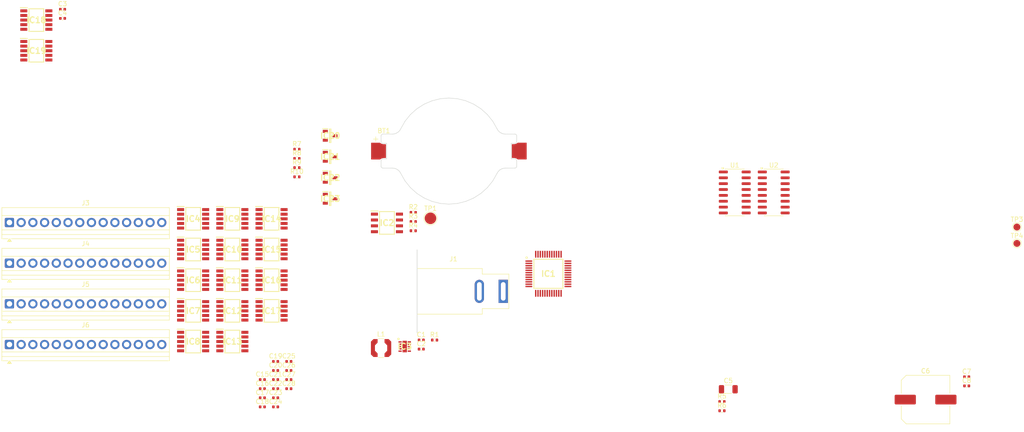
<source format=kicad_pcb>
(kicad_pcb (version 20241229) (generator "pcbnew") (generator_version "9.0")
  (layers (0 "F.Cu" signal) (2 "B.Cu" signal) (13 "F.Paste" user) (15 "B.Paste" user) (5 "F.SilkS" user "F.Silkscreen") (7 "B.SilkS" user "B.Silkscreen") (1 "F.Mask" user) (3 "B.Mask" user) (25 "Edge.Cuts" user))
  (net 0 "")
  (net 1 "GND")
  (net 2 "+12V")
  (net 3 "NINT{slash}SQW")
  (net 51 "SCL_RTC")
  (net 52 "NRST")
  (net 53 "SDA_RTC")
  (net 54 "Net-(IC2-32KHZ)")
  (net 55 "Net-(IC2-~{INT}{slash}SQW)")
  (net 56 "P_Sleep")
  (net 57 "P_Good")
  (net 58 "Net-(IC3-SW)")
  (net 59 "+BATT")
  (net 60 "DIG1")
  (net 61 "DIG3")
  (net 62 "DIG2")
  (net 63 "DIG4")
  (net 64 "A1")
  (net 65 "Net-(IC4-OUT1)")
  (net 66 "B3")
  (net 67 "A2")
  (net 68 "Net-(IC4-OUT3)")
  (net 69 "Net-(IC4-OUT4)")
  (net 70 "B4")
  (net 71 "Net-(IC4-OUT2)")
  (net 72 "Net-(IC5-OUT4)")
  (net 73 "Net-(IC5-OUT2)")
  (net 74 "D3")
  (net 75 "C1")
  (net 76 "Net-(IC5-OUT3)")
  (net 77 "D4")
  (net 78 "C2")
  (net 79 "Net-(IC5-OUT1)")
  (net 80 "Net-(IC6-OUT4)")
  (net 81 "Net-(IC6-OUT3)")
  (net 82 "Net-(IC6-OUT1)")
  (net 83 "E2")
  (net 84 "F3")
  (net 85 "Net-(IC6-OUT2)")
  (net 86 "E1")
  (net 87 "F4")
  (net 89 "Net-(IC7-OUT4)")
  (net 91 "Net-(IC7-OUT3)")
  (net 92 "Net-(IC8-OUT2)")
  (net 93 "Net-(IC8-OUT1)")
  (net 94 "Net-(IC8-OUT4)")
  (net 95 "Net-(IC8-OUT3)")
  (net 96 "Net-(IC9-OUT4)")
  (net 97 "Net-(IC9-OUT3)")
  (net 98 "Net-(IC9-OUT2)")
  (net 99 "Net-(IC9-OUT1)")
  (net 100 "G1")
  (net 101 "Net-(IC10-OUT1)")
  (net 102 "G2")
  (net 103 "Net-(IC10-OUT3)")
  (net 104 "Net-(IC10-OUT4)")
  (net 105 "Net-(IC10-OUT2)")
  (net 106 "Net-(IC11-OUT1)")
  (net 107 "Net-(IC11-OUT3)")
  (net 108 "Net-(IC11-OUT2)")
  (net 109 "Net-(IC11-OUT4)")
  (net 110 "Net-(IC12-OUT2)")
  (net 111 "Net-(IC12-OUT1)")
  (net 112 "Net-(IC12-OUT3)")
  (net 113 "Net-(IC12-OUT4)")
  (net 114 "Net-(IC13-OUT2)")
  (net 115 "Net-(IC13-OUT3)")
  (net 116 "Net-(IC13-OUT1)")
  (net 117 "Net-(IC13-OUT4)")
  (net 118 "Net-(IC14-OUT4)")
  (net 119 "Net-(IC14-OUT3)")
  (net 120 "Net-(IC15-OUT1)")
  (net 121 "Net-(IC15-OUT4)")
  (net 122 "Net-(IC15-OUT3)")
  (net 123 "Net-(IC15-OUT2)")
  (net 124 "Net-(IC16-OUT4)")
  (net 125 "Net-(IC16-OUT2)")
  (net 126 "Net-(IC16-OUT1)")
  (net 127 "Net-(IC16-OUT3)")
  (net 128 "Net-(IC17-OUT3)")
  (net 129 "Net-(IC17-OUT1)")
  (net 130 "Net-(IC17-OUT2)")
  (net 131 "Net-(IC17-OUT4)")
  (net 133 "Net-(IC18-OUT2)")
  (net 134 "Net-(IC18-OUT1)")
  (net 136 "Net-(IC19-OUT1)")
  (net 137 "Net-(IC19-OUT2)")
  (net 143 "NSRCLR")
  (net 144 "SRCLK")
  (net 145 "Net-(U1-SER)")
  (net 146 "RCLCK")
  (net 147 "NOE")
  (net 148 "Net-(U1-QH')")
  (net 151 "VBB")
  (net 152 "DIG2_L")
  (net 153 "DIG4_L")
  (net 154 "DIG1_L")
  (net 155 "DIG3_L")
  (footprint "SamacSys_Parts:SOP100P600X175-10N" (layer "F.Cu") (at 76.5 78.6)
    (property "Reference" "IC9" (at 0 0 0) (layer "F.SilkS") (effects (font (size 1.27 1.27) (thickness 0.254))))
    (property "Value" "A3909GLNTR-T" (hide yes))
    (pad "1" smd rect (at -2.712 -2 90) (size 0.65 1.525) (layers "F.Cu" "F.Mask" "F.Paste") (net 74 "D3"))
    (pad "2" smd rect (at -2.712 -1 90) (size 0.65 1.525) (layers "F.Cu" "F.Mask" "F.Paste") (net 77 "D4"))
    (pad "3" smd rect (at -2.712 0 90) (size 0.65 1.525) (layers "F.Cu" "F.Mask" "F.Paste") (net 151 "VBB"))
    (pad "4" smd rect (at -2.712 1 90) (size 0.65 1.525) (layers "F.Cu" "F.Mask" "F.Paste") (net 86 "E1"))
    (pad "5" smd rect (at -2.712 2 90) (size 0.65 1.525) (layers "F.Cu" "F.Mask" "F.Paste") (net 83 "E2"))
    (pad "6" smd rect (at 2.712 2 90) (size 0.65 1.525) (layers "F.Cu" "F.Mask" "F.Paste") (net 96 "Net-(IC9-OUT4)"))
    (pad "7" smd rect (at 2.712 1 90) (size 0.65 1.525) (layers "F.Cu" "F.Mask" "F.Paste") (net 97 "Net-(IC9-OUT3)"))
    (pad "8" smd rect (at 2.712 0 90) (size 0.65 1.525) (layers "F.Cu" "F.Mask" "F.Paste") (net 62 "DIG2"))
    (pad "9" smd rect (at 2.712 -1 90) (size 0.65 1.525) (layers "F.Cu" "F.Mask" "F.Paste") (net 98 "Net-(IC9-OUT2)"))
    (pad "10" smd rect (at 2.712 -2 90) (size 0.65 1.525) (layers "F.Cu" "F.Mask" "F.Paste") (net 99 "Net-(IC9-OUT1)"))
  )
  (footprint "Capacitor_SMD:C_0402_1005Metric" (layer "F.Cu") (at 117.445 104.867)
    (property "Reference" "C1" (at 0 -1.16 0) (layer "F.SilkS"))
    (property "Value" "2.2 uF")
    (pad "1" smd roundrect (at -0.48 0) (size 0.56 0.62) (layers "F.Cu" "F.Mask" "F.Paste") (net 1 "GND"))
    (pad "2" smd roundrect (at 0.48 0) (size 0.56 0.62) (layers "F.Cu" "F.Mask" "F.Paste") (net 2 "+12V"))
  )
  (footprint "Capacitor_SMD:C_0402_1005Metric" (layer "F.Cu") (at 85.875 115.42)
    (property "Reference" "C22" (at 0 -1.16 0) (layer "F.SilkS"))
    (property "Value" "100 nF")
    (pad "1" smd roundrect (at -0.48 0) (size 0.56 0.62) (layers "F.Cu" "F.Mask" "F.Paste") (net 1 "GND"))
    (pad "2" smd roundrect (at 0.48 0) (size 0.56 0.62) (layers "F.Cu" "F.Mask" "F.Paste") (net 151 "VBB"))
  )
  (footprint "SamacSys_Parts:SOP100P600X175-10N" (layer "F.Cu") (at 85 98.55)
    (property "Reference" "IC17" (at 0 0 0) (layer "F.SilkS") (effects (font (size 1.27 1.27) (thickness 0.254))))
    (property "Value" "A3909GLNTR-T" (hide yes))
    (pad "1" smd rect (at -2.712 -2 90) (size 0.65 1.525) (layers "F.Cu" "F.Mask" "F.Paste") (net 84 "F3"))
    (pad "2" smd rect (at -2.712 -1 90) (size 0.65 1.525) (layers "F.Cu" "F.Mask" "F.Paste") (net 87 "F4"))
    (pad "3" smd rect (at -2.712 0 90) (size 0.65 1.525) (layers "F.Cu" "F.Mask" "F.Paste") (net 151 "VBB"))
    (pad "4" smd rect (at -2.712 1 90) (size 0.65 1.525) (layers "F.Cu" "F.Mask" "F.Paste") (net 100 "G1"))
    (pad "5" smd rect (at -2.712 2 90) (size 0.65 1.525) (layers "F.Cu" "F.Mask" "F.Paste") (net 102 "G2"))
    (pad "6" smd rect (at 2.712 2 90) (size 0.65 1.525) (layers "F.Cu" "F.Mask" "F.Paste") (net 131 "Net-(IC17-OUT4)"))
    (pad "7" smd rect (at 2.712 1 90) (size 0.65 1.525) (layers "F.Cu" "F.Mask" "F.Paste") (net 128 "Net-(IC17-OUT3)"))
    (pad "8" smd rect (at 2.712 0 90) (size 0.65 1.525) (layers "F.Cu" "F.Mask" "F.Paste") (net 63 "DIG4"))
    (pad "9" smd rect (at 2.712 -1 90) (size 0.65 1.525) (layers "F.Cu" "F.Mask" "F.Paste") (net 130 "Net-(IC17-OUT2)"))
    (pad "10" smd rect (at 2.712 -2 90) (size 0.65 1.525) (layers "F.Cu" "F.Mask" "F.Paste") (net 129 "Net-(IC17-OUT1)"))
  )
  (footprint "Capacitor_SMD:C_Elec_10x10.2" (layer "F.Cu") (at 226.75 117.78)
    (property "Reference" "C6" (at 0 -6.2 0) (layer "F.SilkS"))
    (property "Value" "560 uF")
    (pad "1" smd roundrect (at -4.4 0) (size 4.6 2.1) (layers "F.Cu" "F.Mask" "F.Paste") (roundrect_rratio 0.119048) (net 2 "+12V"))
    (pad "2" smd roundrect (at 4.4 0) (size 4.6 2.1) (layers "F.Cu" "F.Mask" "F.Paste") (roundrect_rratio 0.119048) (net 1 "GND"))
  )
  (footprint "Capacitor_SMD:C_0402_1005Metric" (layer "F.Cu") (at 117.445 106.837)
    (property "Reference" "C2" (at 0 -1.16 0) (layer "F.SilkS"))
    (property "Value" "22 uF")
    (pad "1" smd roundrect (at -0.48 0) (size 0.56 0.62) (layers "F.Cu" "F.Mask" "F.Paste") (net 3 "NINT{slash}SQW"))
    (pad "2" smd roundrect (at 0.48 0) (size 0.56 0.62) (layers "F.Cu" "F.Mask" "F.Paste") (net 1 "GND"))
  )
  (footprint "Capacitor_SMD:C_0402_1005Metric" (layer "F.Cu") (at 88.745 109.51)
    (property "Reference" "C25" (at 0 -1.16 0) (layer "F.SilkS"))
    (property "Value" "100 nF")
    (pad "1" smd roundrect (at -0.48 0) (size 0.56 0.62) (layers "F.Cu" "F.Mask" "F.Paste") (net 1 "GND"))
    (pad "2" smd roundrect (at 0.48 0) (size 0.56 0.62) (layers "F.Cu" "F.Mask" "F.Paste") (net 151 "VBB"))
  )
  (footprint "Capacitor_SMD:C_0402_1005Metric" (layer "F.Cu") (at 235.66 114.81)
    (property "Reference" "C8" (at 0 -1.16 0) (layer "F.SilkS"))
    (property "Value" "100 nF")
    (pad "1" smd roundrect (at -0.48 0) (size 0.56 0.62) (layers "F.Cu" "F.Mask" "F.Paste") (net 1 "GND"))
    (pad "2" smd roundrect (at 0.48 0) (size 0.56 0.62) (layers "F.Cu" "F.Mask" "F.Paste") (net 3 "NINT{slash}SQW"))
  )
  (footprint "Capacitor_SMD:C_1206_3216Metric" (layer "F.Cu") (at 183.99 115.54)
    (property "Reference" "C5" (at 0 -1.85 0) (layer "F.SilkS"))
    (property "Value" "10 uF")
    (pad "1" smd roundrect (at -1.475 0) (size 1.15 1.8) (layers "F.Cu" "F.Mask" "F.Paste") (roundrect_rratio 0.217391) (net 1 "GND"))
    (pad "2" smd roundrect (at 1.475 0) (size 1.15 1.8) (layers "F.Cu" "F.Mask" "F.Paste") (roundrect_rratio 0.217391) (net 2 "+12V"))
  )
  (footprint "SamacSys_Parts:SOP100P600X175-10N" (layer "F.Cu") (at 76.5 105.2)
    (property "Reference" "IC13" (at 0 0 0) (layer "F.SilkS") (effects (font (size 1.27 1.27) (thickness 0.254))))
    (property "Value" "A3909GLNTR-T" (hide yes))
    (pad "1" smd rect (at -2.712 -2 90) (size 0.65 1.525) (layers "F.Cu" "F.Mask" "F.Paste") (net 86 "E1"))
    (pad "2" smd rect (at -2.712 -1 90) (size 0.65 1.525) (layers "F.Cu" "F.Mask" "F.Paste") (net 83 "E2"))
    (pad "3" smd rect (at -2.712 0 90) (size 0.65 1.525) (layers "F.Cu" "F.Mask" "F.Paste") (net 151 "VBB"))
    (pad "4" smd rect (at -2.712 1 90) (size 0.65 1.525) (layers "F.Cu" "F.Mask" "F.Paste") (net 84 "F3"))
    (pad "5" smd rect (at -2.712 2 90) (size 0.65 1.525) (layers "F.Cu" "F.Mask" "F.Paste") (net 87 "F4"))
    (pad "6" smd rect (at 2.712 2 90) (size 0.65 1.525) (layers "F.Cu" "F.Mask" "F.Paste") (net 117 "Net-(IC13-OUT4)"))
    (pad "7" smd rect (at 2.712 1 90) (size 0.65 1.525) (layers "F.Cu" "F.Mask" "F.Paste") (net 115 "Net-(IC13-OUT3)"))
    (pad "8" smd rect (at 2.712 0 90) (size 0.65 1.525) (layers "F.Cu" "F.Mask" "F.Paste") (net 61 "DIG3"))
    (pad "9" smd rect (at 2.712 -1 90) (size 0.65 1.525) (layers "F.Cu" "F.Mask" "F.Paste") (net 114 "Net-(IC13-OUT2)"))
    (pad "10" smd rect (at 2.712 -2 90) (size 0.65 1.525) (layers "F.Cu" "F.Mask" "F.Paste") (net 116 "Net-(IC13-OUT1)"))
  )
  (footprint "Resistor_SMD:R_0402_1005Metric" (layer "F.Cu") (at 90.49 67.51)
    (property "Reference" "R9" (at 0 -1.17 0) (layer "F.SilkS"))
    (property "Value" "100K")
    (pad "1" smd roundrect (at -0.51 0) (size 0.54 0.64) (layers "F.Cu" "F.Mask" "F.Paste") (net 155 "DIG3_L"))
    (pad "2" smd roundrect (at 0.51 0) (size 0.54 0.64) (layers "F.Cu" "F.Mask" "F.Paste") (net 1 "GND"))
  )
  (footprint "Resistor_SMD:R_0402_1005Metric" (layer "F.Cu") (at 90.49 63.53)
    (property "Reference" "R7" (at 0 -1.17 0) (layer "F.SilkS"))
    (property "Value" "100K")
    (pad "1" smd roundrect (at -0.51 0) (size 0.54 0.64) (layers "F.Cu" "F.Mask" "F.Paste") (net 154 "DIG1_L"))
    (pad "2" smd roundrect (at 0.51 0) (size 0.54 0.64) (layers "F.Cu" "F.Mask" "F.Paste") (net 1 "GND"))
  )
  (footprint "SamacSys_Parts:SOP100P600X175-10N" (layer "F.Cu") (at 85 85.25)
    (property "Reference" "IC15" (at 0 0 0) (layer "F.SilkS") (effects (font (size 1.27 1.27) (thickness 0.254))))
    (property "Value" "A3909GLNTR-T" (hide yes))
    (pad "1" smd rect (at -2.712 -2 90) (size 0.65 1.525) (layers "F.Cu" "F.Mask" "F.Paste") (net 66 "B3"))
    (pad "2" smd rect (at -2.712 -1 90) (size 0.65 1.525) (layers "F.Cu" "F.Mask" "F.Paste") (net 70 "B4"))
    (pad "3" smd rect (at -2.712 0 90) (size 0.65 1.525) (layers "F.Cu" "F.Mask" "F.Paste") (net 151 "VBB"))
    (pad "4" smd rect (at -2.712 1 90) (size 0.65 1.525) (layers "F.Cu" "F.Mask" "F.Paste") (net 75 "C1"))
    (pad "5" smd rect (at -2.712 2 90) (size 0.65 1.525) (layers "F.Cu" "F.Mask" "F.Paste") (net 78 "C2"))
    (pad "6" smd rect (at 2.712 2 90) (size 0.65 1.525) (layers "F.Cu" "F.Mask" "F.Paste") (net 121 "Net-(IC15-OUT4)"))
    (pad "7" smd rect (at 2.712 1 90) (size 0.65 1.525) (layers "F.Cu" "F.Mask" "F.Paste") (net 122 "Net-(IC15-OUT3)"))
    (pad "8" smd rect (at 2.712 0 90) (size 0.65 1.525) (layers "F.Cu" "F.Mask" "F.Paste") (net 63 "DIG4"))
    (pad "9" smd rect (at 2.712 -1 90) (size 0.65 1.525) (layers "F.Cu" "F.Mask" "F.Paste") (net 123 "Net-(IC15-OUT2)"))
    (pad "10" smd rect (at 2.712 -2 90) (size 0.65 1.525) (layers "F.Cu" "F.Mask" "F.Paste") (net 120 "Net-(IC15-OUT1)"))
  )
  (footprint "SamacSys_Parts:SOT96P240X110-3N" (layer "F.Cu") (at 97.7 74.25)
    (property "Reference" "IC23" (at 0 0 0) (layer "F.SilkS") (effects (font (size 1.27 1.27) (thickness 0.254))))
    (property "Value" "DMN6075S-7" (hide yes))
    (pad "1" smd rect (at -1.05 -0.96 90) (size 0.65 1.1) (layers "F.Cu" "F.Mask" "F.Paste") (net 155 "DIG3_L"))
    (pad "2" smd rect (at -1.05 0.96 90) (size 0.65 1.1) (layers "F.Cu" "F.Mask" "F.Paste") (net 1 "GND"))
    (pad "3" smd rect (at 1.05 0 90) (size 0.65 1.1) (layers "F.Cu" "F.Mask" "F.Paste") (net 61 "DIG3"))
  )
  (footprint "Connector_BarrelJack:BarrelJack_SwitchcraftConxall_RAPC10U_Horizontal" (layer "F.Cu") (at 135.215 94.322)
    (property "Reference" "J1" (at -10.8 -7 0) (layer "F.SilkS"))
    (property "Value" "Barrel_Jack")
    (fp_line (start -18.67 -9) (end -18.67 9) (stroke (width 0.12)) (layer "Edge.Cuts"))
    (pad "1" thru_hole rect (at 0 0) (size 2.02 5.02) (drill oval 1.02 4.02) (layers "*.Cu" "*.Mask") (net 2 "+12V"))
    (pad "2" thru_hole oval (at -5.18 0) (size 2.02 5.02) (drill oval 1.02 4.02) (layers "*.Cu" "*.Mask") (net 1 "GND"))
  )
  (footprint "SamacSys_Parts:SOP100P600X175-10N" (layer "F.Cu") (at 68 91.9)
    (property "Reference" "IC6" (at 0 0 0) (layer "F.SilkS") (effects (font (size 1.27 1.27) (thickness 0.254))))
    (property "Value" "A3909GLNTR-T" (hide yes))
    (pad "1" smd rect (at -2.712 -2 90) (size 0.65 1.525) (layers "F.Cu" "F.Mask" "F.Paste") (net 86 "E1"))
    (pad "2" smd rect (at -2.712 -1 90) (size 0.65 1.525) (layers "F.Cu" "F.Mask" "F.Paste") (net 83 "E2"))
    (pad "3" smd rect (at -2.712 0 90) (size 0.65 1.525) (layers "F.Cu" "F.Mask" "F.Paste") (net 151 "VBB"))
    (pad "4" smd rect (at -2.712 1 90) (size 0.65 1.525) (layers "F.Cu" "F.Mask" "F.Paste") (net 84 "F3"))
    (pad "5" smd rect (at -2.712 2 90) (size 0.65 1.525) (layers "F.Cu" "F.Mask" "F.Paste") (net 87 "F4"))
    (pad "6" smd rect (at 2.712 2 90) (size 0.65 1.525) (layers "F.Cu" "F.Mask" "F.Paste") (net 80 "Net-(IC6-OUT4)"))
    (pad "7" smd rect (at 2.712 1 90) (size 0.65 1.525) (layers "F.Cu" "F.Mask" "F.Paste") (net 81 "Net-(IC6-OUT3)"))
    (pad "8" smd rect (at 2.712 0 90) (size 0.65 1.525) (layers "F.Cu" "F.Mask" "F.Paste") (net 60 "DIG1"))
    (pad "9" smd rect (at 2.712 -1 90) (size 0.65 1.525) (layers "F.Cu" "F.Mask" "F.Paste") (net 85 "Net-(IC6-OUT2)"))
    (pad "10" smd rect (at 2.712 -2 90) (size 0.65 1.525) (layers "F.Cu" "F.Mask" "F.Paste") (net 82 "Net-(IC6-OUT1)"))
  )
  (footprint "Resistor_SMD:R_0402_1005Metric" (layer "F.Cu") (at 182.62 118.21)
    (property "Reference" "R5" (at 0 -1.17 0) (layer "F.SilkS"))
    (property "Value" "100K")
    (pad "1" smd roundrect (at -0.51 0) (size 0.54 0.64) (layers "F.Cu" "F.Mask" "F.Paste") (net 3 "NINT{slash}SQW"))
    (pad "2" smd roundrect (at 0.51 0) (size 0.54 0.64) (layers "F.Cu" "F.Mask" "F.Paste") (net 143 "NSRCLR"))
  )
  (footprint "TerminalBlock:TerminalBlock_Xinya_XY308-2.54-14P_1x14_P2.54mm_Horizontal" (layer "F.Cu") (at 28.185 97.03)
    (property "Reference" "J5" (at 16.51 -4.22 0) (layer "F.SilkS"))
    (property "Value" "Digit 3")
    (pad "1" thru_hole roundrect (at 0 0) (size 2 2) (drill 1.2) (layers "*.Cu" "*.Mask") (roundrect_rratio 0.125) (net 106 "Net-(IC11-OUT1)"))
    (pad "2" thru_hole circle (at 2.54 0) (size 2 2) (drill 1.2) (layers "*.Cu" "*.Mask") (net 108 "Net-(IC11-OUT2)"))
    (pad "3" thru_hole circle (at 5.08 0) (size 2 2) (drill 1.2) (layers "*.Cu" "*.Mask") (net 107 "Net-(IC11-OUT3)"))
    (pad "4" thru_hole circle (at 7.62 0) (size 2 2) (drill 1.2) (layers "*.Cu" "*.Mask") (net 109 "Net-(IC11-OUT4)"))
    (pad "5" thru_hole circle (at 10.16 0) (size 2 2) (drill 1.2) (layers "*.Cu" "*.Mask") (net 111 "Net-(IC12-OUT1)"))
    (pad "6" thru_hole circle (at 12.7 0) (size 2 2) (drill 1.2) (layers "*.Cu" "*.Mask") (net 110 "Net-(IC12-OUT2)"))
    (pad "7" thru_hole circle (at 15.24 0) (size 2 2) (drill 1.2) (layers "*.Cu" "*.Mask") (net 112 "Net-(IC12-OUT3)"))
    (pad "8" thru_hole circle (at 17.78 0) (size 2 2) (drill 1.2) (layers "*.Cu" "*.Mask") (net 113 "Net-(IC12-OUT4)"))
    (pad "9" thru_hole circle (at 20.32 0) (size 2 2) (drill 1.2) (layers "*.Cu" "*.Mask") (net 116 "Net-(IC13-OUT1)"))
    (pad "10" thru_hole circle (at 22.86 0) (size 2 2) (drill 1.2) (layers "*.Cu" "*.Mask") (net 114 "Net-(IC13-OUT2)"))
    (pad "11" thru_hole circle (at 25.4 0) (size 2 2) (drill 1.2) (layers "*.Cu" "*.Mask") (net 115 "Net-(IC13-OUT3)"))
    (pad "12" thru_hole circle (at 27.94 0) (size 2 2) (drill 1.2) (layers "*.Cu" "*.Mask") (net 117 "Net-(IC13-OUT4)"))
    (pad "13" thru_hole circle (at 30.48 0) (size 2 2) (drill 1.2) (layers "*.Cu" "*.Mask") (net 136 "Net-(IC19-OUT1)"))
    (pad "14" thru_hole circle (at 33.02 0) (size 2 2) (drill 1.2) (layers "*.Cu" "*.Mask") (net 137 "Net-(IC19-OUT2)"))
  )
  (footprint "SamacSys_Parts:SOT96P240X110-3N" (layer "F.Cu") (at 97.7 69.7)
    (property "Reference" "IC22" (at 0 0 0) (layer "F.SilkS") (effects (font (size 1.27 1.27) (thickness 0.254))))
    (property "Value" "DMN6075S-7" (hide yes))
    (pad "1" smd rect (at -1.05 -0.96 90) (size 0.65 1.1) (layers "F.Cu" "F.Mask" "F.Paste") (net 154 "DIG1_L"))
    (pad "2" smd rect (at -1.05 0.96 90) (size 0.65 1.1) (layers "F.Cu" "F.Mask" "F.Paste") (net 1 "GND"))
    (pad "3" smd rect (at 1.05 0 90) (size 0.65 1.1) (layers "F.Cu" "F.Mask" "F.Paste") (net 60 "DIG1"))
  )
  (footprint "SamacSys_Parts:SOP100P600X175-10N" (layer "F.Cu") (at 85 91.9)
    (property "Reference" "IC16" (at 0 0 0) (layer "F.SilkS") (effects (font (size 1.27 1.27) (thickness 0.254))))
    (property "Value" "A3909GLNTR-T" (hide yes))
    (pad "1" smd rect (at -2.712 -2 90) (size 0.65 1.525) (layers "F.Cu" "F.Mask" "F.Paste") (net 74 "D3"))
    (pad "2" smd rect (at -2.712 -1 90) (size 0.65 1.525) (layers "F.Cu" "F.Mask" "F.Paste") (net 77 "D4"))
    (pad "3" smd rect (at -2.712 0 90) (size 0.65 1.525) (layers "F.Cu" "F.Mask" "F.Paste") (net 151 "VBB"))
    (pad "4" smd rect (at -2.712 1 90) (size 0.65 1.525) (layers "F.Cu" "F.Mask" "F.Paste") (net 86 "E1"))
    (pad "5" smd rect (at -2.712 2 90) (size 0.65 1.525) (layers "F.Cu" "F.Mask" "F.Paste") (net 83 "E2"))
    (pad "6" smd rect (at 2.712 2 90) (size 0.65 1.525) (layers "F.Cu" "F.Mask" "F.Paste") (net 124 "Net-(IC16-OUT4)"))
    (pad "7" smd rect (at 2.712 1 90) (size 0.65 1.525) (layers "F.Cu" "F.Mask" "F.Paste") (net 127 "Net-(IC16-OUT3)"))
    (pad "8" smd rect (at 2.712 0 90) (size 0.65 1.525) (layers "F.Cu" "F.Mask" "F.Paste") (net 63 "DIG4"))
    (pad "9" smd rect (at 2.712 -1 90) (size 0.65 1.525) (layers "F.Cu" "F.Mask" "F.Paste") (net 125 "Net-(IC16-OUT2)"))
    (pad "10" smd rect (at 2.712 -2 90) (size 0.65 1.525) (layers "F.Cu" "F.Mask" "F.Paste") (net 126 "Net-(IC16-OUT1)"))
  )
  (footprint "Capacitor_SMD:C_0402_1005Metric" (layer "F.Cu") (at 85.875 119.36)
    (property "Reference" "C24" (at 0 -1.16 0) (layer "F.SilkS"))
    (property "Value" "100 nF")
    (pad "1" smd roundrect (at -0.48 0) (size 0.56 0.62) (layers "F.Cu" "F.Mask" "F.Paste") (net 1 "GND"))
    (pad "2" smd roundrect (at 0.48 0) (size 0.56 0.62) (layers "F.Cu" "F.Mask" "F.Paste") (net 151 "VBB"))
  )
  (footprint "SamacSys_Parts:SOP100P600X175-10N" (layer "F.Cu") (at 76.5 85.25)
    (property "Reference" "IC10" (at 0 0 0) (layer "F.SilkS") (effects (font (size 1.27 1.27) (thickness 0.254))))
    (property "Value" "A3909GLNTR-T" (hide yes))
    (pad "1" smd rect (at -2.712 -2 90) (size 0.65 1.525) (layers "F.Cu" "F.Mask" "F.Paste") (net 84 "F3"))
    (pad "2" smd rect (at -2.712 -1 90) (size 0.65 1.525) (layers "F.Cu" "F.Mask" "F.Paste") (net 87 "F4"))
    (pad "3" smd rect (at -2.712 0 90) (size 0.65 1.525) (layers "F.Cu" "F.Mask" "F.Paste") (net 151 "VBB"))
    (pad "4" smd rect (at -2.712 1 90) (size 0.65 1.525) (layers "F.Cu" "F.Mask" "F.Paste") (net 100 "G1"))
    (pad "5" smd rect (at -2.712 2 90) (size 0.65 1.525) (layers "F.Cu" "F.Mask" "F.Paste") (net 102 "G2"))
    (pad "6" smd rect (at 2.712 2 90) (size 0.65 1.525) (layers "F.Cu" "F.Mask" "F.Paste") (net 104 "Net-(IC10-OUT4)"))
    (pad "7" smd rect (at 2.712 1 90) (size 0.65 1.525) (layers "F.Cu" "F.Mask" "F.Paste") (net 103 "Net-(IC10-OUT3)"))
    (pad "8" smd rect (at 2.712 0 90) (size 0.65 1.525) (layers "F.Cu" "F.Mask" "F.Paste") (net 62 "DIG2"))
    (pad "9" smd rect (at 2.712 -1 90) (size 0.65 1.525) (layers "F.Cu" "F.Mask" "F.Paste") (net 105 "Net-(IC10-OUT2)"))
    (pad "10" smd rect (at 2.712 -2 90) (size 0.65 1.525) (layers "F.Cu" "F.Mask" "F.Paste") (net 101 "Net-(IC10-OUT1)"))
  )
  (footprint "SamacSys_Parts:SOP100P600X175-10N" (layer "F.Cu") (at 68 78.6)
    (property "Reference" "IC4" (at 0 0 0) (layer "F.SilkS") (effects (font (size 1.27 1.27) (thickness 0.254))))
    (property "Value" "A3909GLNTR-T" (hide yes))
    (pad "1" smd rect (at -2.712 -2 90) (size 0.65 1.525) (layers "F.Cu" "F.Mask" "F.Paste") (net 64 "A1"))
    (pad "2" smd rect (at -2.712 -1 90) (size 0.65 1.525) (layers "F.Cu" "F.Mask" "F.Paste") (net 67 "A2"))
    (pad "3" smd rect (at -2.712 0 90) (size 0.65 1.525) (layers "F.Cu" "F.Mask" "F.Paste") (net 151 "VBB"))
    (pad "4" smd rect (at -2.712 1 90) (size 0.65 1.525) (layers "F.Cu" "F.Mask" "F.Paste") (net 66 "B3"))
    (pad "5" smd rect (at -2.712 2 90) (size 0.65 1.525) (layers "F.Cu" "F.Mask" "F.Paste") (net 70 "B4"))
    (pad "6" smd rect (at 2.712 2 90) (size 0.65 1.525) (layers "F.Cu" "F.Mask" "F.Paste") (net 69 "Net-(IC4-OUT4)"))
    (pad "7" smd rect (at 2.712 1 90) (size 0.65 1.525) (layers "F.Cu" "F.Mask" "F.Paste") (net 68 "Net-(IC4-OUT3)"))
    (pad "8" smd rect (at 2.712 0 90) (size 0.65 1.525) (layers "F.Cu" "F.Mask" "F.Paste") (net 60 "DIG1"))
    (pad "9" smd rect (at 2.712 -1 90) (size 0.65 1.525) (layers "F.Cu" "F.Mask" "F.Paste") (net 71 "Net-(IC4-OUT2)"))
    (pad "10" smd rect (at 2.712 -2 90) (size 0.65 1.525) (layers "F.Cu" "F.Mask" "F.Paste") (net 65 "Net-(IC4-OUT1)"))
  )
  (footprint "Capacitor_SMD:C_0402_1005Metric" (layer "F.Cu") (at 85.875 111.48)
    (property "Reference" "C20" (at 0 -1.16 0) (layer "F.SilkS"))
    (property "Value" "100 nF")
    (pad "1" smd roundrect (at -0.48 0) (size 0.56 0.62) (layers "F.Cu" "F.Mask" "F.Paste") (net 1 "GND"))
    (pad "2" smd roundrect (at 0.48 0) (size 0.56 0.62) (layers "F.Cu" "F.Mask" "F.Paste") (net 151 "VBB"))
  )
  (footprint "SamacSys_Parts:SOP100P600X175-10N" (layer "F.Cu") (at 34.013 35.52)
    (property "Reference" "IC18" (at 0 0 0) (layer "F.SilkS") (effects (font (size 1.27 1.27) (thickness 0.254))))
    (property "Value" "A3909GLNTR-T" (hide yes))
    (pad "1" smd rect (at -2.712 -2 90) (size 0.65 1.525) (layers "F.Cu" "F.Mask" "F.Paste") (net 100 "G1"))
    (pad "2" smd rect (at -2.712 -1 90) (size 0.65 1.525) (layers "F.Cu" "F.Mask" "F.Paste") (net 102 "G2"))
    (pad "3" smd rect (at -2.712 0 90) (size 0.65 1.525) (layers "F.Cu" "F.Mask" "F.Paste") (net 151 "VBB"))
    (pad "4" smd rect (at -2.712 1 90) (size 0.65 1.525) (layers "F.Cu" "F.Mask" "F.Paste") (net 1 "GND"))
    (pad "5" smd rect (at -2.712 2 90) (size 0.65 1.525) (layers "F.Cu" "F.Mask" "F.Paste") (net 1 "GND"))
    (pad "6" smd rect (at 2.712 2 90) (size 0.65 1.525) (layers "F.Cu" "F.Mask" "F.Paste"))
    (pad "7" smd rect (at 2.712 1 90) (size 0.65 1.525) (layers "F.Cu" "F.Mask" "F.Paste"))
    (pad "8" smd rect (at 2.712 0 90) (size 0.65 1.525) (layers "F.Cu" "F.Mask" "F.Paste") (net 60 "DIG1"))
    (pad "9" smd rect (at 2.712 -1 90) (size 0.65 1.525) (layers "F.Cu" "F.Mask" "F.Paste") (net 133 "Net-(IC18-OUT2)"))
    (pad "10" smd rect (at 2.712 -2 90) (size 0.65 1.525) (layers "F.Cu" "F.Mask" "F.Paste") (net 134 "Net-(IC18-OUT1)"))
  )
  (footprint "Battery:BatteryHolder_Keystone_1057_1x2032" (layer "F.Cu") (at 123.435 63.919188)
    (property "Reference" "BT1" (at -14.1 -4.4 0) (layer "F.SilkS"))
    (property "Value" "CR2032")
    (fp_line (start -14.7 -2.08505) (end -14.7 -3.285) (stroke (width 0.1)) (layer "Edge.Cuts"))
    (fp_line (start -14.7 3.284899) (end -14.7 2.084949) (stroke (width 0.1)) (layer "Edge.Cuts"))
    (fp_line (start -14.3 -3.685) (end -12.244621 -3.685) (stroke (width 0.1)) (layer "Edge.Cuts"))
    (fp_line (start -14.3 1.684949) (end -13.5 1.684949) (stroke (width 0.1)) (layer "Edge.Cuts"))
    (fp_line (start -13.5 -1.68505) (end -14.3 -1.68505) (stroke (width 0.1)) (layer "Edge.Cuts"))
    (fp_line (start -13.5 1.684949) (end -13.5 -1.68505) (stroke (width 0.1)) (layer "Edge.Cuts"))
    (fp_line (start -12.244621 -3.685) (end -11.921437 -3.711285) (stroke (width 0.1)) (layer "Edge.Cuts"))
    (fp_line (start -12.244621 3.684999) (end -14.3 3.684899) (stroke (width 0.1)) (layer "Edge.Cuts"))
    (fp_line (start -11.921437 -3.711285) (end -11.606747 -3.789448) (stroke (width 0.1)) (layer "Edge.Cuts"))
    (fp_line (start -11.921437 3.711284) (end -12.244621 3.684999) (stroke (width 0.1)) (layer "Edge.Cuts"))
    (fp_line (start -11.606747 -3.789448) (end -11.308824 -3.917435) (stroke (width 0.1)) (layer "Edge.Cuts"))
    (fp_line (start -11.606747 3.789447) (end -11.921437 3.711284) (stroke (width 0.1)) (layer "Edge.Cuts"))
    (fp_line (start -11.308824 -3.917435) (end -11.035498 -4.091883) (stroke (width 0.1)) (layer "Edge.Cuts"))
    (fp_line (start -11.308824 3.917434) (end -11.606747 3.789447) (stroke (width 0.1)) (layer "Edge.Cuts"))
    (fp_line (start -11.035498 -4.091883) (end -10.793954 -4.308205) (stroke (width 0.1)) (layer "Edge.Cuts"))
    (fp_line (start -11.035498 4.091882) (end -11.308824 3.917434) (stroke (width 0.1)) (layer "Edge.Cuts"))
    (fp_line (start -10.793954 -4.308205) (end -10.59054 -4.560716) (stroke (width 0.1)) (layer "Edge.Cuts"))
    (fp_line (start -10.793954 4.308204) (end -11.035498 4.091882) (stroke (width 0.1)) (layer "Edge.Cuts"))
    (fp_line (start -10.59054 -4.560716) (end -10.430603 -4.842778) (stroke (width 0.1)) (layer "Edge.Cuts"))
    (fp_line (start -10.59054 4.560715) (end -10.793954 4.308204) (stroke (width 0.1)) (layer "Edge.Cuts"))
    (fp_line (start -10.430603 -4.842778) (end -9.510966 -6.464636) (stroke (width 0.1)) (layer "Edge.Cuts"))
    (fp_line (start -10.430603 4.842777) (end -10.59054 4.560715) (stroke (width 0.1)) (layer "Edge.Cuts"))
    (fp_line (start -9.510966 -6.464636) (end -8.341335 -7.916572) (stroke (width 0.1)) (layer "Edge.Cuts"))
    (fp_line (start -9.510966 6.464635) (end -10.430603 4.842777) (stroke (width 0.1)) (layer "Edge.Cuts"))
    (fp_line (start -8.341335 -7.916572) (end -6.952454 -9.160424) (stroke (width 0.1)) (layer "Edge.Cuts"))
    (fp_line (start -8.341335 7.916571) (end -9.510966 6.464635) (stroke (width 0.1)) (layer "Edge.Cuts"))
    (fp_line (start -6.952454 -9.160424) (end -5.38083 -10.163496) (stroke (width 0.1)) (layer "Edge.Cuts"))
    (fp_line (start -6.952454 9.160423) (end -8.341335 7.916571) (stroke (width 0.1)) (layer "Edge.Cuts"))
    (fp_line (start -5.38083 -10.163496) (end -3.667773 -10.899424) (stroke (width 0.1)) (layer "Edge.Cuts"))
    (fp_line (start -5.38083 10.163495) (end -6.952454 9.160423) (stroke (width 0.1)) (layer "Edge.Cuts"))
    (fp_line (start -3.667773 -10.899424) (end -1.858308 -11.348863) (stroke (width 0.1)) (layer "Edge.Cuts"))
    (fp_line (start -3.667773 10.899423) (end -5.38083 10.163495) (stroke (width 0.1)) (layer "Edge.Cuts"))
    (fp_line (start -1.858308 -11.348863) (end 0 -11.5) (stroke (width 0.1)) (layer "Edge.Cuts"))
    (fp_line (start -1.858308 11.348862) (end -3.667773 10.899423) (stroke (width 0.1)) (layer "Edge.Cuts"))
    (fp_line (start 0 -11.5) (end 1.858309 -11.348863) (stroke (width 0.1)) (layer "Edge.Cuts"))
    (fp_line (start 0 11.499999) (end -1.858308 11.348862) (stroke (width 0.1)) (layer "Edge.Cuts"))
    (fp_line (start 1.858309 -11.348863) (end 3.667774 -10.899424) (stroke (width 0.1)) (layer "Edge.Cuts"))
    (fp_line (start 1.858309 11.348862) (end 0 11.499999) (stroke (width 0.1)) (layer "Edge.Cuts"))
    (fp_line (start 3.667774 -10.899424) (end 5.380831 -10.163496) (stroke (width 0.1)) (layer "Edge.Cuts"))
    (fp_line (start 3.667774 10.899423) (end 1.858309 11.348862) (stroke (width 0.1)) (layer "Edge.Cuts"))
    (fp_line (start 5.380831 -10.163496) (end 6.952455 -9.160424) (stroke (width 0.1)) (layer "Edge.Cuts"))
    (fp_line (start 5.380831 10.163495) (end 3.667774 10.899423) (stroke (width 0.1)) (layer "Edge.Cuts"))
    (fp_line (start 6.952455 -9.160424) (end 8.341336 -7.916572) (stroke (width 0.1)) (layer "Edge.Cuts"))
    (fp_line (start 6.952455 9.160423) (end 5.380831 10.163495) (stroke (width 0.1)) (layer "Edge.Cuts"))
    (fp_line (start 8.341336 -7.916572) (end 9.510967 -6.464636) (stroke (width 0.1)) (layer "Edge.Cuts"))
    (fp_line (start 8.341336 7.916571) (end 6.952455 9.160423) (stroke (width 0.1)) (layer "Edge.Cuts"))
    (fp_line (start 9.510967 -6.464636) (end 10.430604 -4.842778) (stroke (width 0.1)) (layer "Edge.Cuts"))
    (fp_line (start 9.510967 6.464635) (end 8.341336 7.916571) (stroke (width 0.1)) (layer "Edge.Cuts"))
    (fp_line (start 10.430604 -4.842778) (end 10.590541 -4.560716) (stroke (width 0.1)) (layer "Edge.Cuts"))
    (fp_line (start 10.430604 4.842777) (end 9.510967 6.464635) (stroke (width 0.1)) (layer "Edge.Cuts"))
    (fp_line (start 10.590541 -4.560716) (end 10.793955 -4.308205) (stroke (width 0.1)) (layer "Edge.Cuts"))
    (fp_line (start 10.590541 4.560715) (end 10.430604 4.842777) (stroke (width 0.1)) (layer "Edge.Cuts"))
    (fp_line (start 10.793955 -4.308205) (end 11.035499 -4.091883) (stroke (width 0.1)) (layer "Edge.Cuts"))
    (fp_line (start 10.793955 4.308204) (end 10.590541 4.560715) (stroke (width 0.1)) (layer "Edge.Cuts"))
    (fp_line (start 11.035499 -4.091883) (end 11.308825 -3.917435) (stroke (width 0.1)) (layer "Edge.Cuts"))
    (fp_line (start 11.035499 4.091882) (end 10.793955 4.308204) (stroke (width 0.1)) (layer "Edge.Cuts"))
    (fp_line (start 11.308825 -3.917435) (end 11.606748 -3.789448) (stroke (width 0.1)) (layer "Edge.Cuts"))
    (fp_line (start 11.308825 3.917434) (end 11.035499 4.091882) (stroke (width 0.1)) (layer "Edge.Cuts"))
    (fp_line (start 11.606748 -3.789448) (end 11.921438 -3.711285) (stroke (width 0.1)) (layer "Edge.Cuts"))
    (fp_line (start 11.606748 3.789447) (end 11.308825 3.917434) (stroke (width 0.1)) (layer "Edge.Cuts"))
    (fp_line (start 11.921438 -3.711285) (end 12.244622 -3.685) (stroke (width 0.1)) (layer "Edge.Cuts"))
    (fp_line (start 11.921438 3.711284) (end 11.606748 3.789447) (stroke (width 0.1)) (layer "Edge.Cuts"))
    (fp_line (start 12.244622 -3.685) (end 14.3 -3.685) (stroke (width 0.1)) (layer "Edge.Cuts"))
    (fp_line (start 12.244622 3.684999) (end 11.921438 3.711284) (stroke (width 0.1)) (layer "Edge.Cuts"))
    (fp_line (start 13.5 -1.68505) (end 13.5 1.684949) (stroke (width 0.1)) (layer "Edge.Cuts"))
    (fp_line (start 13.5 1.684949) (end 14.3 1.68505) (stroke (width 0.1)) (layer "Edge.Cuts"))
    (fp_line (start 14.3 -1.68505) (end 13.5 -1.68505) (stroke (width 0.1)) (layer "Edge.Cuts"))
    (fp_line (start 14.3 3.682793) (end 12.244622 3.684999) (stroke (width 0.1)) (layer "Edge.Cuts"))
    (fp_line (start 14.7 -3.285) (end 14.7 -2.08505) (stroke (width 0.1)) (layer "Edge.Cuts"))
    (fp_line (start 14.7 2.082843) (end 14.7 3.282793) (stroke (width 0.1)) (layer "Edge.Cuts"))
    (fp_arc (start -14.7 -3.285) (mid -14.582843 -3.567843) (end -14.3 -3.685) (stroke (width 0.1)) (layer "Edge.Cuts"))
    (fp_arc (start -14.7 2.084949) (mid -14.582843 1.802106) (end -14.3 1.684949) (stroke (width 0.1)) (layer "Edge.Cuts"))
    (fp_arc (start -14.3 -1.68505) (mid -14.582843 -1.802207) (end -14.7 -2.08505) (stroke (width 0.1)) (layer "Edge.Cuts"))
    (fp_arc (start -14.3 3.684899) (mid -14.582843 3.567742) (end -14.7 3.284899) (stroke (width 0.1)) (layer "Edge.Cuts"))
    (fp_arc (start 14.3 -3.685) (mid 14.582843 -3.567843) (end 14.7 -3.285) (stroke (width 0.1)) (layer "Edge.Cuts"))
    (fp_arc (start 14.3 1.68505) (mid 14.582843 1.802207) (end 14.7 2.08505) (stroke (width 0.1)) (layer "Edge.Cuts"))
    (fp_arc (start 14.7 -2.08505) (mid 14.582843 -1.802207) (end 14.3 -1.68505) (stroke (width 0.1)) (layer "Edge.Cuts"))
    (fp_arc (start 14.7 3.282793) (mid 14.582843 3.565636) (end 14.3 3.682793) (stroke (width 0.1)) (layer "Edge.Cuts"))
    (pad "1" smd custom (at -15.15 -0.1) (size 1 1) (layers "F.Cu" "F.Mask" "F.Paste") (net 59 "+BATT") (options (clearance outline) (anchor rect)) (primitives (gr_poly (pts (xy 0.2 -1.65) (xy 0.271537 -1.594563) (xy 0.343074 -1.539127) (xy 0.500662 -1.450081) (xy 0.58506 -1.417404) (xy 0.669458 -1.384728) (xy 0.757691 -1.364583) (xy 0.845923 -1.344438) (xy 1.026357 -1.330056) (xy 1.235196 -1.330056) (xy 1.444035 -1.330057) (xy 1.444034 1.539942) (xy 1.044035 1.539967) (xy 0.86174 1.553331) (xy 0.683343 1.593137) (xy 0.512659 1.658535) (xy 0.353336 1.748125) (xy 0.28106 1.804058) (xy 0.208783 1.859992) (xy -1.65 1.859992) (xy -1.65 -1.650007)) (width 0.12) (fill yes))))
    (pad "2" smd custom (at 15.15 0.1 180) (size 1 1) (layers "F.Cu" "F.Mask" "F.Paste") (net 1 "GND") (options (clearance outline) (anchor rect)) (primitives (gr_poly (pts (xy 0.2 -1.65) (xy 0.271537 -1.594563) (xy 0.343074 -1.539127) (xy 0.500662 -1.450081) (xy 0.58506 -1.417404) (xy 0.669458 -1.384728) (xy 0.757691 -1.364583) (xy 0.845923 -1.344438) (xy 1.026357 -1.330056) (xy 1.235196 -1.330056) (xy 1.444035 -1.330057) (xy 1.444034 1.539942) (xy 1.044035 1.539967) (xy 0.86174 1.553331) (xy 0.683343 1.593137) (xy 0.512659 1.658535) (xy 0.353336 1.748125) (xy 0.28106 1.804058) (xy 0.208783 1.859992) (xy -1.65 1.859992) (xy -1.65 -1.650007)) (width 0.12) (fill yes))))
  )
  (footprint "SamacSys_Parts:SOT96P240X110-3N" (layer "F.Cu") (at 97.7 65.15)
    (property "Reference" "IC21" (at 0 0 0) (layer "F.SilkS") (effects (font (size 1.27 1.27) (thickness 0.254))))
    (property "Value" "DMN6075S-7" (hide yes))
    (pad "1" smd rect (at -1.05 -0.96 90) (size 0.65 1.1) (layers "F.Cu" "F.Mask" "F.Paste") (net 153 "DIG4_L"))
    (pad "2" smd rect (at -1.05 0.96 90) (size 0.65 1.1) (layers "F.Cu" "F.Mask" "F.Paste") (net 1 "GND"))
    (pad "3" smd rect (at 1.05 0 90) (size 0.65 1.1) (layers "F.Cu" "F.Mask" "F.Paste") (net 63 "DIG4"))
  )
  (footprint "Resistor_SMD:R_0402_1005Metric" (layer "F.Cu") (at 90.49 65.52)
    (property "Reference" "R8" (at 0 -1.17 0) (layer "F.SilkS"))
    (property "Value" "100K")
    (pad "1" smd roundrect (at -0.51 0) (size 0.54 0.64) (layers "F.Cu" "F.Mask" "F.Paste") (net 152 "DIG2_L"))
    (pad "2" smd roundrect (at 0.51 0) (size 0.54 0.64) (layers "F.Cu" "F.Mask" "F.Paste") (net 1 "GND"))
  )
  (footprint "TestPoint:TestPoint_Pad_D1.5mm" (layer "F.Cu") (at 246.55 80.38)
    (property "Reference" "TP3" (at 0 -1.648 0) (layer "F.SilkS"))
    (property "Value" "SER")
    (pad "1" smd circle (at 0 0) (size 1.5 1.5) (layers "F.Cu" "F.Mask") (net 145 "Net-(U1-SER)"))
  )
  (footprint "SamacSys_Parts:SOP100P600X175-10N" (layer "F.Cu") (at 68 85.25)
    (property "Reference" "IC5" (at 0 0 0) (layer "F.SilkS") (effects (font (size 1.27 1.27) (thickness 0.254))))
    (property "Value" "A3909GLNTR-T" (hide yes))
    (pad "1" smd rect (at -2.712 -2 90) (size 0.65 1.525) (layers "F.Cu" "F.Mask" "F.Paste") (net 75 "C1"))
    (pad "2" smd rect (at -2.712 -1 90) (size 0.65 1.525) (layers "F.Cu" "F.Mask" "F.Paste") (net 78 "C2"))
    (pad "3" smd rect (at -2.712 0 90) (size 0.65 1.525) (layers "F.Cu" "F.Mask" "F.Paste") (net 151 "VBB"))
    (pad "4" smd rect (at -2.712 1 90) (size 0.65 1.525) (layers "F.Cu" "F.Mask" "F.Paste") (net 74 "D3"))
    (pad "5" smd rect (at -2.712 2 90) (size 0.65 1.525) (layers "F.Cu" "F.Mask" "F.Paste") (net 77 "D4"))
    (pad "6" smd rect (at 2.712 2 90) (size 0.65 1.525) (layers "F.Cu" "F.Mask" "F.Paste") (net 72 "Net-(IC5-OUT4)"))
    (pad "7" smd rect (at 2.712 1 90) (size 0.65 1.525) (layers "F.Cu" "F.Mask" "F.Paste") (net 76 "Net-(IC5-OUT3)"))
    (pad "8" smd rect (at 2.712 0 90) (size 0.65 1.525) (layers "F.Cu" "F.Mask" "F.Paste") (net 60 "DIG1"))
    (pad "9" smd rect (at 2.712 -1 90) (size 0.65 1.525) (layers "F.Cu" "F.Mask" "F.Paste") (net 73 "Net-(IC5-OUT2)"))
    (pad "10" smd rect (at 2.712 -2 90) (size 0.65 1.525) (layers "F.Cu" "F.Mask" "F.Paste") (net 79 "Net-(IC5-OUT1)"))
  )
  (footprint "Capacitor_SMD:C_0402_1005Metric" (layer "F.Cu") (at 85.875 117.39)
    (property "Reference" "C23" (at 0 -1.16 0) (layer "F.SilkS"))
    (property "Value" "100 nF")
    (pad "1" smd roundrect (at -0.48 0) (size 0.56 0.62) (layers "F.Cu" "F.Mask" "F.Paste") (net 1 "GND"))
    (pad "2" smd roundrect (at 0.48 0) (size 0.56 0.62) (layers "F.Cu" "F.Mask" "F.Paste") (net 151 "VBB"))
  )
  (footprint "TestPoint:TestPoint_Pad_D1.5mm" (layer "F.Cu") (at 246.55 83.93)
    (property "Reference" "TP4" (at 0 -1.648 0) (layer "F.SilkS"))
    (property "Value" "12v")
    (pad "1" smd circle (at 0 0) (size 1.5 1.5) (layers "F.Cu" "F.Mask") (net 2 "+12V"))
  )
  (footprint "Capacitor_SMD:C_0402_1005Metric" (layer "F.Cu") (at 85.875 113.45)
    (property "Reference" "C21" (at 0 -1.16 0) (layer "F.SilkS"))
    (property "Value" "100 nF")
    (pad "1" smd roundrect (at -0.48 0) (size 0.56 0.62) (layers "F.Cu" "F.Mask" "F.Paste") (net 1 "GND"))
    (pad "2" smd roundrect (at 0.48 0) (size 0.56 0.62) (layers "F.Cu" "F.Mask" "F.Paste") (net 151 "VBB"))
  )
  (footprint "Capacitor_SMD:C_0402_1005Metric" (layer "F.Cu") (at 83.005 117.39)
    (property "Reference" "C17" (at 0 -1.16 0) (layer "F.SilkS"))
    (property "Value" "100 nF")
    (pad "1" smd roundrect (at -0.48 0) (size 0.56 0.62) (layers "F.Cu" "F.Mask" "F.Paste") (net 1 "GND"))
    (pad "2" smd roundrect (at 0.48 0) (size 0.56 0.62) (layers "F.Cu" "F.Mask" "F.Paste") (net 151 "VBB"))
  )
  (footprint "SamacSys_Parts:SOP100P600X175-10N" (layer "F.Cu") (at 68 105.2)
    (property "Reference" "IC8" (at 0 0 0) (layer "F.SilkS") (effects (font (size 1.27 1.27) (thickness 0.254))))
    (property "Value" "A3909GLNTR-T" (hide yes))
    (pad "1" smd rect (at -2.712 -2 90) (size 0.65 1.525) (layers "F.Cu" "F.Mask" "F.Paste") (net 66 "B3"))
    (pad "2" smd rect (at -2.712 -1 90) (size 0.65 1.525) (layers "F.Cu" "F.Mask" "F.Paste") (net 70 "B4"))
    (pad "3" smd rect (at -2.712 0 90) (size 0.65 1.525) (layers "F.Cu" "F.Mask" "F.Paste") (net 151 "VBB"))
    (pad "4" smd rect (at -2.712 1 90) (size 0.65 1.525) (layers "F.Cu" "F.Mask" "F.Paste") (net 75 "C1"))
    (pad "5" smd rect (at -2.712 2 90) (size 0.65 1.525) (layers "F.Cu" "F.Mask" "F.Paste") (net 78 "C2"))
    (pad "6" smd rect (at 2.712 2 90) (size 0.65 1.525) (layers "F.Cu" "F.Mask" "F.Paste") (net 94 "Net-(IC8-OUT4)"))
    (pad "7" smd rect (at 2.712 1 90) (size 0.65 1.525) (layers "F.Cu" "F.Mask" "F.Paste") (net 95 "Net-(IC8-OUT3)"))
    (pad "8" smd rect (at 2.712 0 90) (size 0.65 1.525) (layers "F.Cu" "F.Mask" "F.Paste") (net 62 "DIG2"))
    (pad "9" smd rect (at 2.712 -1 90) (size 0.65 1.525) (layers "F.Cu" "F.Mask" "F.Paste") (net 92 "Net-(IC8-OUT2)"))
    (pad "10" smd rect (at 2.712 -2 90) (size 0.65 1.525) (layers "F.Cu" "F.Mask" "F.Paste") (net 93 "Net-(IC8-OUT1)"))
  )
  (footprint "TerminalBlock:TerminalBlock_Xinya_XY308-2.54-14P_1x14_P2.54mm_Horizontal" (layer "F.Cu") (at 28.185 88.215)
    (property "Reference" "J4" (at 16.51 -4.22 0) (layer "F.SilkS"))
    (property "Value" "Digit 2")
    (pad "1" thru_hole roundrect (at 0 0) (size 2 2) (drill 1.2) (layers "*.Cu" "*.Mask") (roundrect_rratio 0.125) (net 91 "Net-(IC7-OUT3)"))
    (pad "2" thru_hole circle (at 2.54 0) (size 2 2) (drill 1.2) (layers "*.Cu" "*.Mask") (net 89 "Net-(IC7-OUT4)"))
    (pad "3" thru_hole circle (at 5.08 0) (size 2 2) (drill 1.2) (layers "*.Cu" "*.Mask") (net 93 "Net-(IC8-OUT1)"))
    (pad "4" thru_hole circle (at 7.62 0) (size 2 2) (drill 1.2) (layers "*.Cu" "*.Mask") (net 92 "Net-(IC8-OUT2)"))
    (pad "5" thru_hole circle (at 10.16 0) (size 2 2) (drill 1.2) (layers "*.Cu" "*.Mask") (net 95 "Net-(IC8-OUT3)"))
    (pad "6" thru_hole circle (at 12.7 0) (size 2 2) (drill 1.2) (layers "*.Cu" "*.Mask") (net 94 "Net-(IC8-OUT4)"))
    (pad "7" thru_hole circle (at 15.24 0) (size 2 2) (drill 1.2) (layers "*.Cu" "*.Mask") (net 99 "Net-(IC9-OUT1)"))
    (pad "8" thru_hole circle (at 17.78 0) (size 2 2) (drill 1.2) (layers "*.Cu" "*.Mask") (net 98 "Net-(IC9-OUT2)"))
    (pad "9" thru_hole circle (at 20.32 0) (size 2 2) (drill 1.2) (layers "*.Cu" "*.Mask") (net 97 "Net-(IC9-OUT3)"))
    (pad "10" thru_hole circle (at 22.86 0) (size 2 2) (drill 1.2) (layers "*.Cu" "*.Mask") (net 96 "Net-(IC9-OUT4)"))
    (pad "11" thru_hole circle (at 25.4 0) (size 2 2) (drill 1.2) (layers "*.Cu" "*.Mask") (net 101 "Net-(IC10-OUT1)"))
    (pad "12" thru_hole circle (at 27.94 0) (size 2 2) (drill 1.2) (layers "*.Cu" "*.Mask") (net 105 "Net-(IC10-OUT2)"))
    (pad "13" thru_hole circle (at 30.48 0) (size 2 2) (drill 1.2) (layers "*.Cu" "*.Mask") (net 103 "Net-(IC10-OUT3)"))
    (pad "14" thru_hole circle (at 33.02 0) (size 2 2) (drill 1.2) (layers "*.Cu" "*.Mask") (net 104 "Net-(IC10-OUT4)"))
  )
  (footprint "Capacitor_SMD:C_0402_1005Metric" (layer "F.Cu") (at 83.005 113.45)
    (property "Reference" "C15" (at 0 -1.16 0) (layer "F.SilkS"))
    (property "Value" "100 nF")
    (pad "1" smd roundrect (at -0.48 0) (size 0.56 0.62) (layers "F.Cu" "F.Mask" "F.Paste") (net 1 "GND"))
    (pad "2" smd roundrect (at 0.48 0) (size 0.56 0.62) (layers "F.Cu" "F.Mask" "F.Paste") (net 151 "VBB"))
  )
  (footprint "SamacSys_Parts:SOP100P600X175-10N" (layer "F.Cu") (at 76.5 91.9)
    (property "Reference" "IC11" (at 0 0 0) (layer "F.SilkS") (effects (font (size 1.27 1.27) (thickness 0.254))))
    (property "Value" "A3909GLNTR-T" (hide yes))
    (pad "1" smd rect (at -2.712 -2 90) (size 0.65 1.525) (layers "F.Cu" "F.Mask" "F.Paste") (net 64 "A1"))
    (pad "2" smd rect (at -2.712 -1 90) (size 0.65 1.525) (layers "F.Cu" "F.Mask" "F.Paste") (net 67 "A2"))
    (pad "3" smd rect (at -2.712 0 90) (size 0.65 1.525) (layers "F.Cu" "F.Mask" "F.Paste") (net 151 "VBB"))
    (pad "4" smd rect (at -2.712 1 90) (size 0.65 1.525) (layers "F.Cu" "F.Mask" "F.Paste") (net 66 "B3"))
    (pad "5" smd rect (at -2.712 2 90) (size 0.65 1.525) (layers "F.Cu" "F.Mask" "F.Paste") (net 70 "B4"))
    (pad "6" smd rect (at 2.712 2 90) (size 0.65 1.525) (layers "F.Cu" "F.Mask" "F.Paste") (net 109 "Net-(IC11-OUT4)"))
    (pad "7" smd rect (at 2.712 1 90) (size 0.65 1.525) (layers "F.Cu" "F.Mask" "F.Paste") (net 107 "Net-(IC11-OUT3)"))
    (pad "8" smd rect (at 2.712 0 90) (size 0.65 1.525) (layers "F.Cu" "F.Mask" "F.Paste") (net 61 "DIG3"))
    (pad "9" smd rect (at 2.712 -1 90) (size 0.65 1.525) (layers "F.Cu" "F.Mask" "F.Paste") (net 108 "Net-(IC11-OUT2)"))
    (pad "10" smd rect (at 2.712 -2 90) (size 0.65 1.525) (layers "F.Cu" "F.Mask" "F.Paste") (net 106 "Net-(IC11-OUT1)"))
  )
  (footprint "SamacSys_Parts:SOIC127P600X175-8N" (layer "F.Cu") (at 110.01 79.487)
    (property "Reference" "IC2" (at 0 0 0) (layer "F.SilkS") (effects (font (size 1.27 1.27) (thickness 0.254))))
    (property "Value" "DS3231MZ+TRL" (hide yes))
    (pad "1" smd rect (at -2.712 -1.905 90) (size 0.65 1.525) (layers "F.Cu" "F.Mask" "F.Paste") (net 54 "Net-(IC2-32KHZ)"))
    (pad "2" smd rect (at -2.712 -0.635 90) (size 0.65 1.525) (layers "F.Cu" "F.Mask" "F.Paste") (net 3 "NINT{slash}SQW"))
    (pad "3" smd rect (at -2.712 0.635 90) (size 0.65 1.525) (layers "F.Cu" "F.Mask" "F.Paste") (net 55 "Net-(IC2-~{INT}{slash}SQW)"))
    (pad "4" smd rect (at -2.712 1.905 90) (size 0.65 1.525) (layers "F.Cu" "F.Mask" "F.Paste") (net 52 "NRST"))
    (pad "5" smd rect (at 2.712 1.905 90) (size 0.65 1.525) (layers "F.Cu" "F.Mask" "F.Paste") (net 1 "GND"))
    (pad "6" smd rect (at 2.712 0.635 90) (size 0.65 1.525) (layers "F.Cu" "F.Mask" "F.Paste") (net 59 "+BATT"))
    (pad "7" smd rect (at 2.712 -0.635 90) (size 0.65 1.525) (layers "F.Cu" "F.Mask" "F.Paste") (net 53 "SDA_RTC"))
    (pad "8" smd rect (at 2.712 -1.905 90) (size 0.65 1.525) (layers "F.Cu" "F.Mask" "F.Paste") (net 51 "SCL_RTC"))
  )
  (footprint "Package_SO:SOIC-16_3.9x9.9mm_P1.27mm" (layer "F.Cu") (at 185.39 72.885)
    (property "Reference" "U1" (at 0 -5.9 0) (layer "F.SilkS"))
    (property "Value" "74HC595")
    (pad "1" smd roundrect (at -2.475 -4.445) (size 1.95 0.6) (layers "F.Cu" "F.Mask" "F.Paste") (net 67 "A2"))
    (pad "2" smd roundrect (at -2.475 -3.175) (size 1.95 0.6) (layers "F.Cu" "F.Mask" "F.Paste") (net 66 "B3"))
    (pad "3" smd roundrect (at -2.475 -1.905) (size 1.95 0.6) (layers "F.Cu" "F.Mask" "F.Paste") (net 70 "B4"))
    (pad "4" smd roundrect (at -2.475 -0.635) (size 1.95 0.6) (layers "F.Cu" "F.Mask" "F.Paste") (net 75 "C1"))
    (pad "5" smd roundrect (at -2.475 0.635) (size 1.95 0.6) (layers "F.Cu" "F.Mask" "F.Paste") (net 78 "C2"))
    (pad "6" smd roundrect (at -2.475 1.905) (size 1.95 0.6) (layers "F.Cu" "F.Mask" "F.Paste") (net 74 "D3"))
    (pad "7" smd roundrect (at -2.475 3.175) (size 1.95 0.6) (layers "F.Cu" "F.Mask" "F.Paste") (net 77 "D4"))
    (pad "8" smd roundrect (at -2.475 4.445) (size 1.95 0.6) (layers "F.Cu" "F.Mask" "F.Paste") (net 1 "GND"))
    (pad "9" smd roundrect (at 2.475 4.445) (size 1.95 0.6) (layers "F.Cu" "F.Mask" "F.Paste") (net 148 "Net-(U1-QH')"))
    (pad "10" smd roundrect (at 2.475 3.175) (size 1.95 0.6) (layers "F.Cu" "F.Mask" "F.Paste") (net 143 "NSRCLR"))
    (pad "11" smd roundrect (at 2.475 1.905) (size 1.95 0.6) (layers "F.Cu" "F.Mask" "F.Paste") (net 144 "SRCLK"))
    (pad "12" smd roundrect (at 2.475 0.635) (size 1.95 0.6) (layers "F.Cu" "F.Mask" "F.Paste") (net 146 "RCLCK"))
    (pad "13" smd roundrect (at 2.475 -0.635) (size 1.95 0.6) (layers "F.Cu" "F.Mask" "F.Paste") (net 147 "NOE"))
    (pad "14" smd roundrect (at 2.475 -1.905) (size 1.95 0.6) (layers "F.Cu" "F.Mask" "F.Paste") (net 145 "Net-(U1-SER)"))
    (pad "15" smd roundrect (at 2.475 -3.175) (size 1.95 0.6) (layers "F.Cu" "F.Mask" "F.Paste") (net 64 "A1"))
    (pad "16" smd roundrect (at 2.475 -4.445) (size 1.95 0.6) (layers "F.Cu" "F.Mask" "F.Paste") (net 3 "NINT{slash}SQW"))
  )
  (footprint "Capacitor_SMD:C_0402_1005Metric" (layer "F.Cu") (at 83.005 115.42)
    (property "Reference" "C16" (at 0 -1.16 0) (layer "F.SilkS"))
    (property "Value" "100 nF")
    (pad "1" smd roundrect (at -0.48 0) (size 0.56 0.62) (layers "F.Cu" "F.Mask" "F.Paste") (net 1 "GND"))
    (pad "2" smd roundrect (at 0.48 0) (size 0.56 0.62) (layers "F.Cu" "F.Mask" "F.Paste") (net 151 "VBB"))
  )
  (footprint "Resistor_SMD:R_0402_1005Metric" (layer "F.Cu") (at 115.715 81.187)
    (property "Reference" "R4" (at 0 -1.17 0) (layer "F.SilkS"))
    (property "Value" "4.7k")
    (pad "1" smd roundrect (at -0.51 0) (size 0.54 0.64) (layers "F.Cu" "F.Mask" "F.Paste") (net 3 "NINT{slash}SQW"))
    (pad "2" smd roundrect (at 0.51 0) (size 0.54 0.64) (layers "F.Cu" "F.Mask" "F.Paste") (net 53 "SDA_RTC"))
  )
  (footprint "Capacitor_SMD:C_0402_1005Metric" (layer "F.Cu") (at 83.005 119.36)
    (property "Reference" "C18" (at 0 -1.16 0) (layer "F.SilkS"))
    (property "Value" "100 nF")
    (pad "1" smd roundrect (at -0.48 0) (size 0.56 0.62) (layers "F.Cu" "F.Mask" "F.Paste") (net 1 "GND"))
    (pad "2" smd roundrect (at 0.48 0) (size 0.56 0.62) (layers "F.Cu" "F.Mask" "F.Paste") (net 151 "VBB"))
  )
  (footprint "Resistor_SMD:R_0402_1005Metric" (layer "F.Cu") (at 182.62 120.2)
    (property "Reference" "R6" (at 0 -1.17 0) (layer "F.SilkS"))
    (property "Value" "100K")
    (pad "1" smd roundrect (at -0.51 0) (size 0.54 0.64) (layers "F.Cu" "F.Mask" "F.Paste") (net 3 "NINT{slash}SQW"))
    (pad "2" smd roundrect (at 0.51 0) (size 0.54 0.64) (layers "F.Cu" "F.Mask" "F.Paste") (net 144 "SRCLK"))
  )
  (footprint "Package_SO:SOIC-16_3.9x9.9mm_P1.27mm" (layer "F.Cu") (at 193.84 72.885)
    (property "Reference" "U2" (at 0 -5.9 0) (layer "F.SilkS"))
    (property "Value" "74HC595")
    (pad "1" smd roundrect (at -2.475 -4.445) (size 1.95 0.6) (layers "F.Cu" "F.Mask" "F.Paste") (net 83 "E2"))
    (pad "2" smd roundrect (at -2.475 -3.175) (size 1.95 0.6) (layers "F.Cu" "F.Mask" "F.Paste") (net 84 "F3"))
    (pad "3" smd roundrect (at -2.475 -1.905) (size 1.95 0.6) (layers "F.Cu" "F.Mask" "F.Paste") (net 87 "F4"))
    (pad "4" smd roundrect (at -2.475 -0.635) (size 1.95 0.6) (layers "F.Cu" "F.Mask" "F.Paste") (net 100 "G1"))
    (pad "5" smd roundrect (at -2.475 0.635) (size 1.95 0.6) (layers "F.Cu" "F.Mask" "F.Paste") (net 102 "G2"))
    (pad "6" smd roundrect (at -2.475 1.905) (size 1.95 0.6) (layers "F.Cu" "F.Mask" "F.Paste"))
    (pad "7" smd roundrect (at -2.475 3.175) (size 1.95 0.6) (layers "F.Cu" "F.Mask" "F.Paste"))
    (pad "8" smd roundrect (at -2.475 4.445) (size 1.95 0.6) (layers "F.Cu" "F.Mask" "F.Paste") (net 1 "GND"))
    (pad "9" smd roundrect (at 2.475 4.445) (size 1.95 0.6) (layers "F.Cu" "F.Mask" "F.Paste"))
    (pad "10" smd roundrect (at 2.475 3.175) (size 1.95 0.6) (layers "F.Cu" "F.Mask" "F.Paste") (net 143 "NSRCLR"))
    (pad "11" smd roundrect (at 2.475 1.905) (size 1.95 0.6) (layers "F.Cu" "F.Mask" "F.Paste") (net 144 "SRCLK"))
    (pad "12" smd roundrect (at 2.475 0.635) (size 1.95 0.6) (layers "F.Cu" "F.Mask" "F.Paste") (net 146 "RCLCK"))
    (pad "13" smd roundrect (at 2.475 -0.635) (size 1.95 0.6) (layers "F.Cu" "F.Mask" "F.Paste") (net 147 "NOE"))
    (pad "14" smd roundrect (at 2.475 -1.905) (size 1.95 0.6) (layers "F.Cu" "F.Mask" "F.Paste") (net 148 "Net-(U1-QH')"))
    (pad "15" smd roundrect (at 2.475 -3.175) (size 1.95 0.6) (layers "F.Cu" "F.Mask" "F.Paste") (net 86 "E1"))
    (pad "16" smd roundrect (at 2.475 -4.445) (size 1.95 0.6) (layers "F.Cu" "F.Mask" "F.Paste") (net 3 "NINT{slash}SQW"))
  )
  (footprint "STM32G071CBT6:QFP50P900X900X160-48N" (layer "F.Cu") (at 145 90.512)
    (property "Reference" "IC1" (at 0 0 0) (layer "F.SilkS") (effects (font (size 1.27 1.27) (thickness 0.254))))
    (property "Value" "STM32G071CBT6" (hide yes))
    (pad "1" smd rect (at -4.238 -2.75 90) (size 0.3 1.475) (layers "F.Cu" "F.Mask" "F.Paste"))
    (pad "2" smd rect (at -4.238 -2.25 90) (size 0.3 1.475) (layers "F.Cu" "F.Mask" "F.Paste"))
    (pad "3" smd rect (at -4.238 -1.75 90) (size 0.3 1.475) (layers "F.Cu" "F.Mask" "F.Paste"))
    (pad "4" smd rect (at -4.238 -1.25 90) (size 0.3 1.475) (layers "F.Cu" "F.Mask" "F.Paste") (net 59 "+BATT"))
    (pad "5" smd rect (at -4.238 -0.75 90) (size 0.3 1.475) (layers "F.Cu" "F.Mask" "F.Paste"))
    (pad "6" smd rect (at -4.238 -0.25 90) (size 0.3 1.475) (layers "F.Cu" "F.Mask" "F.Paste"))
    (pad "7" smd rect (at -4.238 0.25 90) (size 0.3 1.475) (layers "F.Cu" "F.Mask" "F.Paste"))
    (pad "8" smd rect (at -4.238 0.75 90) (size 0.3 1.475) (layers "F.Cu" "F.Mask" "F.Paste"))
    (pad "9" smd rect (at -4.238 1.25 90) (size 0.3 1.475) (layers "F.Cu" "F.Mask" "F.Paste"))
    (pad "10" smd rect (at -4.238 1.75 90) (size 0.3 1.475) (layers "F.Cu" "F.Mask" "F.Paste"))
    (pad "11" smd rect (at -4.238 2.25 90) (size 0.3 1.475) (layers "F.Cu" "F.Mask" "F.Paste"))
    (pad "12" smd rect (at -4.238 2.75 90) (size 0.3 1.475) (layers "F.Cu" "F.Mask" "F.Paste"))
    (pad "13" smd rect (at -2.75 4.238) (size 0.3 1.475) (layers "F.Cu" "F.Mask" "F.Paste"))
    (pad "14" smd rect (at -2.25 4.238) (size 0.3 1.475) (layers "F.Cu" "F.Mask" "F.Paste"))
    (pad "15" smd rect (at -1.75 4.238) (size 0.3 1.475) (layers "F.Cu" "F.Mask" "F.Paste"))
    (pad "16" smd rect (at -1.25 4.238) (size 0.3 1.475) (layers "F.Cu" "F.Mask" "F.Paste"))
    (pad "17" smd rect (at -0.75 4.238) (size 0.3 1.475) (layers "F.Cu" "F.Mask" "F.Paste"))
    (pad "18" smd rect (at -0.25 4.238) (size 0.3 1.475) (layers "F.Cu" "F.Mask" "F.Paste"))
    (pad "19" smd rect (at 0.25 4.238) (size 0.3 1.475) (layers "F.Cu" "F.Mask" "F.Paste"))
    (pad "20" smd rect (at 0.75 4.238) (size 0.3 1.475) (layers "F.Cu" "F.Mask" "F.Paste"))
    (pad "21" smd rect (at 1.25 4.238) (size 0.3 1.475) (layers "F.Cu" "F.Mask" "F.Paste"))
    (pad "22" smd rect (at 1.75 4.238) (size 0.3 1.475) (layers "F.Cu" "F.Mask" "F.Paste"))
    (pad "23" smd rect (at 2.25 4.238) (size 0.3 1.475) (layers "F.Cu" "F.Mask" "F.Paste"))
    (pad "24" smd rect (at 2.75 4.238) (size 0.3 1.475) (layers "F.Cu" "F.Mask" "F.Paste"))
    (pad "25" smd rect (at 4.238 2.75 90) (size 0.3 1.475) (layers "F.Cu" "F.Mask" "F.Paste"))
    (pad "26" smd rect (at 4.238 2.25 90) (size 0.3 1.475) (layers "F.Cu" "F.Mask" "F.Paste"))
    (pad "27" smd rect (at 4.238 1.75 90) (size 0.3 1.475) (layers "F.Cu" "F.Mask" "F.Paste"))
    (pad "28" smd rect (at 4.238 1.25 90) (size 0.3 1.475) (layers "F.Cu" "F.Mask" "F.Paste"))
    (pad "29" smd rect (at 4.238 0.75 90) (size 0.3 1.475) (layers "F.Cu" "F.Mask" "F.Paste"))
    (pad "30" smd rect (at 4.238 0.25 90) (size 0.3 1.475) (layers "F.Cu" "F.Mask" "F.Paste"))
    (pad "31" smd rect (at 4.238 -0.25 90) (size 0.3 1.475) (layers "F.Cu" "F.Mask" "F.Paste"))
    (pad "32" smd rect (at 4.238 -0.75 90) (size 0.3 1.475) (layers "F.Cu" "F.Mask" "F.Paste"))
    (pad "33" smd rect (at 4.238 -1.25 90) (size 0.3 1.475) (layers "F.Cu" "F.Mask" "F.Paste"))
    (pad "34" smd rect (at 4.238 -1.75 90) (size 0.3 1.475) (layers "F.Cu" "F.Mask" "F.Paste"))
    (pad "35" smd rect (at 4.238 -2.25 90) (size 0.3 1.475) (layers "F.Cu" "F.Mask" "F.Paste"))
    (pad "36" smd rect (at 4.238 -2.75 90) (size 0.3 1.475) (layers "F.Cu" "F.Mask" "F.Paste"))
    (pad "37" smd rect (at 2.75 -4.238) (size 0.3 1.475) (layers "F.Cu" "F.Mask" "F.Paste"))
    (pad "38" smd rect (at 2.25 -4.238) (size 0.3 1.475) (layers "F.Cu" "F.Mask" "F.Paste"))
    (pad "39" smd rect (at 1.75 -4.238) (size 0.3 1.475) (layers "F.Cu" "F.Mask" "F.Paste"))
    (pad "40" smd rect (at 1.25 -4.238) (size 0.3 1.475) (layers "F.Cu" "F.Mask" "F.Paste"))
    (pad "41" smd rect (at 0.75 -4.238) (size 0.3 1.475) (layers "F.Cu" "F.Mask" "F.Paste"))
    (pad "42" smd rect (at 0.25 -4.238) (size 0.3 1.475) (layers "F.Cu" "F.Mask" "F.Paste"))
    (pad "43" smd rect (at -0.25 -4.238) (size 0.3 1.475) (layers "F.Cu" "F.Mask" "F.Paste"))
    (pad "44" smd rect (at -0.75 -4.238) (size 0.3 1.475) (layers "F.Cu" "F.Mask" "F.Paste"))
    (pad "45" smd rect (at -1.25 -4.238) (size 0.3 1.475) (layers "F.Cu" "F.Mask" "F.Paste"))
    (pad "46" smd rect (at -1.75 -4.238) (size 0.3 1.475) (layers "F.Cu" "F.Mask" "F.Paste"))
    (pad "47" smd rect (at -2.25 -4.238) (size 0.3 1.475) (layers "F.Cu" "F.Mask" "F.Paste"))
    (pad "48" smd rect (at -2.75 -4.238) (size 0.3 1.475) (layers "F.Cu" "F.Mask" "F.Paste"))
  )
  (footprint "SamacSys_Parts:SOP100P600X175-10N" (layer "F.Cu") (at 68 98.55)
    (property "Reference" "IC7" (at 0 0 0) (layer "F.SilkS") (effects (font (size 1.27 1.27) (thickness 0.254))))
    (property "Value" "A3909GLNTR-T" (hide yes))
    (pad "1" smd rect (at -2.712 -2 90) (size 0.65 1.525) (layers "F.Cu" "F.Mask" "F.Paste") (net 1 "GND"))
    (pad "2" smd rect (at -2.712 -1 90) (size 0.65 1.525) (layers "F.Cu" "F.Mask" "F.Paste") (net 1 "GND"))
    (pad "3" smd rect (at -2.712 0 90) (size 0.65 1.525) (layers "F.Cu" "F.Mask" "F.Paste") (net 151 "VBB"))
    (pad "4" smd rect (at -2.712 1 90) (size 0.65 1.525) (layers "F.Cu" "F.Mask" "F.Paste") (net 64 "A1"))
    (pad "5" smd rect (at -2.712 2 90) (size 0.65 1.525) (layers "F.Cu" "F.Mask" "F.Paste") (net 67 "A2"))
    (pad "6" smd rect (at 2.712 2 90) (size 0.65 1.525) (layers "F.Cu" "F.Mask" "F.Paste") (net 89 "Net-(IC7-OUT4)"))
    (pad "7" smd rect (at 2.712 1 90) (size 0.65 1.525) (layers "F.Cu" "F.Mask" "F.Paste") (net 91 "Net-(IC7-OUT3)"))
    (pad "8" smd rect (at 2.712 0 90) (size 0.65 1.525) (layers "F.Cu" "F.Mask" "F.Paste") (net 62 "DIG2"))
    (pad "9" smd rect (at 2.712 -1 90) (size 0.65 1.525) (layers "F.Cu" "F.Mask" "F.Paste"))
    (pad "10" smd rect (at 2.712 -2 90) (size 0.65 1.525) (layers "F.Cu" "F.Mask" "F.Paste"))
  )
  (footprint "Resistor_SMD:R_0402_1005Metric" (layer "F.Cu") (at 90.49 69.5)
    (property "Reference" "R10" (at 0 -1.17 0) (layer "F.SilkS"))
    (property "Value" "100K")
    (pad "1" smd roundrect (at -0.51 0) (size 0.54 0.64) (layers "F.Cu" "F.Mask" "F.Paste") (net 153 "DIG4_L"))
    (pad "2" smd roundrect (at 0.51 0) (size 0.54 0.64) (layers "F.Cu" "F.Mask" "F.Paste") (net 1 "GND"))
  )
  (footprint "Resistor_SMD:R_0402_1005Metric" (layer "F.Cu") (at 115.715 77.207)
    (property "Reference" "R2" (at 0 -1.17 0) (layer "F.SilkS"))
    (property "Value" "50k")
    (pad "1" smd roundrect (at -0.51 0) (size 0.54 0.64) (layers "F.Cu" "F.Mask" "F.Paste") (net 55 "Net-(IC2-~{INT}{slash}SQW)"))
    (pad "2" smd roundrect (at 0.51 0) (size 0.54 0.64) (layers "F.Cu" "F.Mask" "F.Paste") (net 3 "NINT{slash}SQW"))
  )
  (footprint "TerminalBlock:TerminalBlock_Xinya_XY308-2.54-14P_1x14_P2.54mm_Horizontal" (layer "F.Cu") (at 28.185 79.4)
    (property "Reference" "J3" (at 16.51 -4.22 0) (layer "F.SilkS"))
    (property "Value" "Digit 1")
    (pad "1" thru_hole roundrect (at 0 0) (size 2 2) (drill 1.2) (layers "*.Cu" "*.Mask") (roundrect_rratio 0.125) (net 65 "Net-(IC4-OUT1)"))
    (pad "2" thru_hole circle (at 2.54 0) (size 2 2) (drill 1.2) (layers "*.Cu" "*.Mask") (net 71 "Net-(IC4-OUT2)"))
    (pad "3" thru_hole circle (at 5.08 0) (size 2 2) (drill 1.2) (layers "*.Cu" "*.Mask") (net 68 "Net-(IC4-OUT3)"))
    (pad "4" thru_hole circle (at 7.62 0) (size 2 2) (drill 1.2) (layers "*.Cu" "*.Mask") (net 69 "Net-(IC4-OUT4)"))
    (pad "5" thru_hole circle (at 10.16 0) (size 2 2) (drill 1.2) (layers "*.Cu" "*.Mask") (net 79 "Net-(IC5-OUT1)"))
    (pad "6" thru_hole circle (at 12.7 0) (size 2 2) (drill 1.2) (layers "*.Cu" "*.Mask") (net 73 "Net-(IC5-OUT2)"))
    (pad "7" thru_hole circle (at 15.24 0) (size 2 2) (drill 1.2) (layers "*.Cu" "*.Mask") (net 76 "Net-(IC5-OUT3)"))
    (pad "8" thru_hole circle (at 17.78 0) (size 2 2) (drill 1.2) (layers "*.Cu" "*.Mask") (net 72 "Net-(IC5-OUT4)"))
    (pad "9" thru_hole circle (at 20.32 0) (size 2 2) (drill 1.2) (layers "*.Cu" "*.Mask") (net 82 "Net-(IC6-OUT1)"))
    (pad "10" thru_hole circle (at 22.86 0) (size 2 2) (drill 1.2) (layers "*.Cu" "*.Mask") (net 85 "Net-(IC6-OUT2)"))
    (pad "11" thru_hole circle (at 25.4 0) (size 2 2) (drill 1.2) (layers "*.Cu" "*.Mask") (net 81 "Net-(IC6-OUT3)"))
    (pad "12" thru_hole circle (at 27.94 0) (size 2 2) (drill 1.2) (layers "*.Cu" "*.Mask") (net 80 "Net-(IC6-OUT4)"))
    (pad "13" thru_hole circle (at 30.48 0) (size 2 2) (drill 1.2) (layers "*.Cu" "*.Mask") (net 134 "Net-(IC18-OUT1)"))
    (pad "14" thru_hole circle (at 33.02 0) (size 2 2) (drill 1.2) (layers "*.Cu" "*.Mask") (net 133 "Net-(IC18-OUT2)"))
  )
  (footprint "SamacSys_Parts:SOT96P240X110-3N" (layer "F.Cu") (at 97.7 60.6)
    (property "Reference" "IC20" (at 0 0 0) (layer "F.SilkS") (effects (font (size 1.27 1.27) (thickness 0.254))))
    (property "Value" "DMN6075S-7" (hide yes))
    (pad "1" smd rect (at -1.05 -0.96 90) (size 0.65 1.1) (layers "F.Cu" "F.Mask" "F.Paste") (net 152 "DIG2_L"))
    (pad "2" smd rect (at -1.05 0.96 90) (size 0.65 1.1) (layers "F.Cu" "F.Mask" "F.Paste") (net 1 "GND"))
    (pad "3" smd rect (at 1.05 0 90) (size 0.65 1.1) (layers "F.Cu" "F.Mask" "F.Paste") (net 62 "DIG2"))
  )
  (footprint "SamacSys_Parts:SON50P200X300X80-11N" (layer "F.Cu") (at 113.86 106.282)
    (property "Reference" "IC3" (at 0 0 0) (layer "F.SilkS") (effects (font (size 1.27 1.27) (thickness 0.254))))
    (property "Value" "TPS62177DQCR" (hide yes))
    (pad "1" smd rect (at -1 -1 90) (size 0.3 0.7) (layers "F.Cu" "F.Mask" "F.Paste") (net 1 "GND"))
    (pad "2" smd rect (at -1 -0.5 90) (size 0.3 0.7) (layers "F.Cu" "F.Mask" "F.Paste") (net 2 "+12V"))
    (pad "3" smd rect (at -1 0 90) (size 0.3 0.7) (layers "F.Cu" "F.Mask" "F.Paste") (net 2 "+12V"))
    (pad "4" smd rect (at -1 0.5 90) (size 0.3 0.7) (layers "F.Cu" "F.Mask" "F.Paste") (net 1 "GND"))
    (pad "5" smd rect (at -1 1 90) (size 0.3 0.7) (layers "F.Cu" "F.Mask" "F.Paste") (net 1 "GND"))
    (pad "6" smd rect (at 1 1 90) (size 0.3 0.7) (layers "F.Cu" "F.Mask" "F.Paste") (net 1 "GND"))
    (pad "7" smd rect (at 1 0.5 90) (size 0.3 0.7) (layers "F.Cu" "F.Mask" "F.Paste") (net 57 "P_Good"))
    (pad "8" smd rect (at 1 0 90) (size 0.3 0.7) (layers "F.Cu" "F.Mask" "F.Paste") (net 56 "P_Sleep"))
    (pad "9" smd rect (at 1 -0.5 90) (size 0.3 0.7) (layers "F.Cu" "F.Mask" "F.Paste") (net 58 "Net-(IC3-SW)"))
    (pad "10" smd rect (at 1 -1 90) (size 0.3 0.7) (layers "F.Cu" "F.Mask" "F.Paste") (net 3 "NINT{slash}SQW"))
    (pad "11" smd rect (at 0 0) (size 0.94 2.5) (layers "F.Cu" "F.Mask" "F.Paste") (net 1 "GND"))
  )
  (footprint "SamacSys_Parts:SOP100P600X175-10N" (layer "F.Cu") (at 34.013 42.17)
    (property "Reference" "IC19" (at 0 0 0) (layer "F.SilkS") (effects (font (size 1.27 1.27) (thickness 0.254))))
    (property "Value" "A3909GLNTR-T" (hide yes))
    (pad "1" smd rect (at -2.712 -2 90) (size 0.65 1.525) (layers "F.Cu" "F.Mask" "F.Paste") (net 100 "G1"))
    (pad "2" smd rect (at -2.712 -1 90) (size 0.65 1.525) (layers "F.Cu" "F.Mask" "F.Paste") (net 102 "G2"))
    (pad "3" smd rect (at -2.712 0 90) (size 0.65 1.525) (layers "F.Cu" "F.Mask" "F.Paste") (net 151 "VBB"))
    (pad "4" smd rect (at -2.712 1 90) (size 0.65 1.525) (layers "F.Cu" "F.Mask" "F.Paste") (net 1 "GND"))
    (pad "5" smd rect (at -2.712 2 90) (size 0.65 1.525) (layers "F.Cu" "F.Mask" "F.Paste") (net 1 "GND"))
    (pad "6" smd rect (at 2.712 2 90) (size 0.65 1.525) (layers "F.Cu" "F.Mask" "F.Paste"))
    (pad "7" smd rect (at 2.712 1 90) (size 0.65 1.525) (layers "F.Cu" "F.Mask" "F.Paste"))
    (pad "8" smd rect (at 2.712 0 90) (size 0.65 1.525) (layers "F.Cu" "F.Mask" "F.Paste") (net 61 "DIG3"))
    (pad "9" smd rect (at 2.712 -1 90) (size 0.65 1.525) (layers "F.Cu" "F.Mask" "F.Paste") (net 137 "Net-(IC19-OUT2)"))
    (pad "10" smd rect (at 2.712 -2 90) (size 0.65 1.525) (layers "F.Cu" "F.Mask" "F.Paste") (net 136 "Net-(IC19-OUT1)"))
  )
  (footprint "Capacitor_SMD:C_0402_1005Metric" (layer "F.Cu") (at 235.66 112.84)
    (property "Reference" "C7" (at 0 -1.16 0) (layer "F.SilkS"))
    (property "Value" "100 nF")
    (pad "1" smd roundrect (at -0.48 0) (size 0.56 0.62) (layers "F.Cu" "F.Mask" "F.Paste") (net 1 "GND"))
    (pad "2" smd roundrect (at 0.48 0) (size 0.56 0.62) (layers "F.Cu" "F.Mask" "F.Paste") (net 3 "NINT{slash}SQW"))
  )
  (footprint "Capacitor_SMD:C_0402_1005Metric" (layer "F.Cu") (at 39.698 35.15)
    (property "Reference" "C4" (at 0 -1.16 0) (layer "F.SilkS"))
    (property "Value" "100 nF")
    (pad "1" smd roundrect (at -0.48 0) (size 0.56 0.62) (layers "F.Cu" "F.Mask" "F.Paste") (net 1 "GND"))
    (pad "2" smd roundrect (at 0.48 0) (size 0.56 0.62) (layers "F.Cu" "F.Mask" "F.Paste") (net 151 "VBB"))
  )
  (footprint "Capacitor_SMD:C_0402_1005Metric" (layer "F.Cu") (at 85.875 109.51)
    (property "Reference" "C19" (at 0 -1.16 0) (layer "F.SilkS"))
    (property "Value" "100 nF")
    (pad "1" smd roundrect (at -0.48 0) (size 0.56 0.62) (layers "F.Cu" "F.Mask" "F.Paste") (net 1 "GND"))
    (pad "2" smd roundrect (at 0.48 0) (size 0.56 0.62) (layers "F.Cu" "F.Mask" "F.Paste") (net 151 "VBB"))
  )
  (footprint "Capacitor_SMD:C_0402_1005Metric" (layer "F.Cu") (at 88.745 111.48)
    (property "Reference" "C26" (at 0 -1.16 0) (layer "F.SilkS"))
    (property "Value" "100 nF")
    (pad "1" smd roundrect (at -0.48 0) (size 0.56 0.62) (layers "F.Cu" "F.Mask" "F.Paste") (net 1 "GND"))
    (pad "2" smd roundrect (at 0.48 0) (size 0.56 0.62) (layers "F.Cu" "F.Mask" "F.Paste") (net 151 "VBB"))
  )
  (footprint "SamacSys_Parts:SOP100P600X175-10N" (layer "F.Cu") (at 76.5 98.55)
    (property "Reference" "IC12" (at 0 0 0) (layer "F.SilkS") (effects (font (size 1.27 1.27) (thickness 0.254))))
    (property "Value" "A3909GLNTR-T" (hide yes))
    (pad "1" smd rect (at -2.712 -2 90) (size 0.65 1.525) (layers "F.Cu" "F.Mask" "F.Paste") (net 75 "C1"))
    (pad "2" smd rect (at -2.712 -1 90) (size 0.65 1.525) (layers "F.Cu" "F.Mask" "F.Paste") (net 78 "C2"))
    (pad "3" smd rect (at -2.712 0 90) (size 0.65 1.525) (layers "F.Cu" "F.Mask" "F.Paste") (net 151 "VBB"))
    (pad "4" smd rect (at -2.712 1 90) (size 0.65 1.525) (layers "F.Cu" "F.Mask" "F.Paste") (net 74 "D3"))
    (pad "5" smd rect (at -2.712 2 90) (size 0.65 1.525) (layers "F.Cu" "F.Mask" "F.Paste") (net 77 "D4"))
    (pad "6" smd rect (at 2.712 2 90) (size 0.65 1.525) (layers "F.Cu" "F.Mask" "F.Paste") (net 113 "Net-(IC12-OUT4)"))
    (pad "7" smd rect (at 2.712 1 90) (size 0.65 1.525) (layers "F.Cu" "F.Mask" "F.Paste") (net 112 "Net-(IC12-OUT3)"))
    (pad "8" smd rect (at 2.712 0 90) (size 0.65 1.525) (layers "F.Cu" "F.Mask" "F.Paste") (net 61 "DIG3"))
    (pad "9" smd rect (at 2.712 -1 90) (size 0.65 1.525) (layers "F.Cu" "F.Mask" "F.Paste") (net 110 "Net-(IC12-OUT2)"))
    (pad "10" smd rect (at 2.712 -2 90) (size 0.65 1.525) (layers "F.Cu" "F.Mask" "F.Paste") (net 111 "Net-(IC12-OUT1)"))
  )
  (footprint "Capacitor_SMD:C_0402_1005Metric" (layer "F.Cu") (at 88.745 115.42)
    (property "Reference" "C28" (at 0 -1.16 0) (layer "F.SilkS"))
    (property "Value" "100 nF")
    (pad "1" smd roundrect (at -0.48 0) (size 0.56 0.62) (layers "F.Cu" "F.Mask" "F.Paste") (net 1 "GND"))
    (pad "2" smd roundrect (at 0.48 0) (size 0.56 0.62) (layers "F.Cu" "F.Mask" "F.Paste") (net 151 "VBB"))
  )
  (footprint "Resistor_SMD:R_0402_1005Metric" (layer "F.Cu") (at 120.335 104.877)
    (property "Reference" "R1" (at 0 -1.17 0) (layer "F.SilkS"))
    (property "Value" "100k")
    (pad "1" smd roundrect (at -0.51 0) (size 0.54 0.64) (layers "F.Cu" "F.Mask" "F.Paste") (net 3 "NINT{slash}SQW"))
    (pad "2" smd roundrect (at 0.51 0) (size 0.54 0.64) (layers "F.Cu" "F.Mask" "F.Paste") (net 57 "P_Good"))
  )
  (footprint "Resistor_SMD:R_0402_1005Metric" (layer "F.Cu") (at 115.715 79.197)
    (property "Reference" "R3" (at 0 -1.17 0) (layer "F.SilkS"))
    (property "Value" "4.7k")
    (pad "1" smd roundrect (at -0.51 0) (size 0.54 0.64) (layers "F.Cu" "F.Mask" "F.Paste") (net 3 "NINT{slash}SQW"))
    (pad "2" smd roundrect (at 0.51 0) (size 0.54 0.64) (layers "F.Cu" "F.Mask" "F.Paste") (net 51 "SCL_RTC"))
  )
  (footprint "Capacitor_SMD:C_0402_1005Metric" (layer "F.Cu") (at 39.698 33.18)
    (property "Reference" "C3" (at 0 -1.16 0) (layer "F.SilkS"))
    (property "Value" "100 nF")
    (pad "1" smd roundrect (at -0.48 0) (size 0.56 0.62) (layers "F.Cu" "F.Mask" "F.Paste") (net 1 "GND"))
    (pad "2" smd roundrect (at 0.48 0) (size 0.56 0.62) (layers "F.Cu" "F.Mask" "F.Paste") (net 151 "VBB"))
  )
  (footprint "TerminalBlock:TerminalBlock_Xinya_XY308-2.54-14P_1x14_P2.54mm_Horizontal" (layer "F.Cu") (at 28.185 105.845)
    (property "Reference" "J6" (at 16.51 -4.22 0) (layer "F.SilkS"))
    (property "Value" "Digit 4")
    (pad "1" thru_hole roundrect (at 0 0) (size 2 2) (drill 1.2) (layers "*.Cu" "*.Mask") (roundrect_rratio 0.125) (net 119 "Net-(IC14-OUT3)"))
    (pad "2" thru_hole circle (at 2.54 0) (size 2 2) (drill 1.2) (layers "*.Cu" "*.Mask") (net 118 "Net-(IC14-OUT4)"))
    (pad "3" thru_hole circle (at 5.08 0) (size 2 2) (drill 1.2) (layers "*.Cu" "*.Mask") (net 120 "Net-(IC15-OUT1)"))
    (pad "4" thru_hole circle (at 7.62 0) (size 2 2) (drill 1.2) (layers "*.Cu" "*.Mask") (net 123 "Net-(IC15-OUT2)"))
    (pad "5" thru_hole circle (at 10.16 0) (size 2 2) (drill 1.2) (layers "*.Cu" "*.Mask") (net 122 "Net-(IC15-OUT3)"))
    (pad "6" thru_hole circle (at 12.7 0) (size 2 2) (drill 1.2) (layers "*.Cu" "*.Mask") (net 121 "Net-(IC15-OUT4)"))
    (pad "7" thru_hole circle (at 15.24 0) (size 2 2) (drill 1.2) (layers "*.Cu" "*.Mask") (net 126 "Net-(IC16-OUT1)"))
    (pad "8" thru_hole circle (at 17.78 0) (size 2 2) (drill 1.2) (layers "*.Cu" "*.Mask") (net 125 "Net-(IC16-OUT2)"))
    (pad "9" thru_hole circle (at 20.32 0) (size 2 2) (drill 1.2) (layers "*.Cu" "*.Mask") (net 127 "Net-(IC16-OUT3)"))
    (pad "10" thru_hole circle (at 22.86 0) (size 2 2) (drill 1.2) (layers "*.Cu" "*.Mask") (net 124 "Net-(IC16-OUT4)"))
    (pad "11" thru_hole circle (at 25.4 0) (size 2 2) (drill 1.2) (layers "*.Cu" "*.Mask") (net 129 "Net-(IC17-OUT1)"))
    (pad "12" thru_hole circle (at 27.94 0) (size 2 2) (drill 1.2) (layers "*.Cu" "*.Mask") (net 130 "Net-(IC17-OUT2)"))
    (pad "13" thru_hole circle (at 30.48 0) (size 2 2) (drill 1.2) (layers "*.Cu" "*.Mask") (net 128 "Net-(IC17-OUT3)"))
    (pad "14" thru_hole circle (at 33.02 0) (size 2 2) (drill 1.2) (layers "*.Cu" "*.Mask") (net 131 "Net-(IC17-OUT4)"))
  )
  (footprint "SamacSys_Parts:SOP100P600X175-10N" (layer "F.Cu") (at 85 78.6)
    (property "Reference" "IC14" (at 0 0 0) (layer "F.SilkS") (effects (font (size 1.27 1.27) (thickness 0.254))))
    (property "Value" "A3909GLNTR-T" (hide yes))
    (pad "1" smd rect (at -2.712 -2 90) (size 0.65 1.525) (layers "F.Cu" "F.Mask" "F.Paste") (net 1 "GND"))
    (pad "2" smd rect (at -2.712 -1 90) (size 0.65 1.525) (layers "F.Cu" "F.Mask" "F.Paste") (net 1 "GND"))
    (pad "3" smd rect (at -2.712 0 90) (size 0.65 1.525) (layers "F.Cu" "F.Mask" "F.Paste") (net 151 "VBB"))
    (pad "4" smd rect (at -2.712 1 90) (size 0.65 1.525) (layers "F.Cu" "F.Mask" "F.Paste") (net 64 "A1"))
    (pad "5" smd rect (at -2.712 2 90) (size 0.65 1.525) (layers "F.Cu" "F.Mask" "F.Paste") (net 67 "A2"))
    (pad "6" smd rect (at 2.712 2 90) (size 0.65 1.525) (layers "F.Cu" "F.Mask" "F.Paste") (net 118 "Net-(IC14-OUT4)"))
    (pad "7" smd rect (at 2.712 1 90) (size 0.65 1.525) (layers "F.Cu" "F.Mask" "F.Paste") (net 119 "Net-(IC14-OUT3)"))
    (pad "8" smd rect (at 2.712 0 90) (size 0.65 1.525) (layers "F.Cu" "F.Mask" "F.Paste") (net 63 "DIG4"))
    (pad "9" smd rect (at 2.712 -1 90) (size 0.65 1.525) (layers "F.Cu" "F.Mask" "F.Paste"))
    (pad "10" smd rect (at 2.712 -2 90) (size 0.65 1.525) (layers "F.Cu" "F.Mask" "F.Paste"))
  )
  (footprint "Capacitor_SMD:C_0402_1005Metric" (layer "F.Cu") (at 88.745 113.45)
    (property "Reference" "C27" (at 0 -1.16 0) (layer "F.SilkS"))
    (property "Value" "100 nF")
    (pad "1" smd roundrect (at -0.48 0) (size 0.56 0.62) (layers "F.Cu" "F.Mask" "F.Paste") (net 1 "GND"))
    (pad "2" smd roundrect (at 0.48 0) (size 0.56 0.62) (layers "F.Cu" "F.Mask" "F.Paste") (net 151 "VBB"))
  )
  (footprint "Inductor_SMD:L_Coilcraft_LPS4018" (layer "F.Cu") (at 108.735 106.607)
    (property "Reference" "L1" (at 0 -3 0) (layer "F.SilkS"))
    (property "Value" "10 uH")
    (pad "1" smd custom (at -1.765 0) (size 0.87 2.79) (layers "F.Cu" "F.Mask" "F.Paste") (net 3 "NINT{slash}SQW") (options (clearance outline) (anchor rect)) (primitives (gr_poly (pts (xy 1.015 -1.17) (xy 0.435 -0.575) (xy 0.435 0.575) (xy 1.015 1.17) (xy 1.015 1.945) (xy 0.125 1.945) (xy -0.435 1.395) (xy -0.435 -1.395) (xy 0.125 -1.945) (xy 1.015 -1.945)) (width 0) (fill yes))))
    (pad "2" smd custom (at 1.765 0) (size 0.87 2.79) (layers "F.Cu" "F.Mask" "F.Paste") (net 58 "Net-(IC3-SW)") (options (clearance outline) (anchor rect)) (primitives (gr_poly (pts (xy 0.435 -1.395) (xy 0.435 1.395) (xy -0.125 1.945) (xy -1.015 1.945) (xy -1.015 1.17) (xy -0.435 0.575) (xy -0.435 -0.575) (xy -1.015 -1.17) (xy -1.015 -1.945) (xy -0.125 -1.945)) (width 0) (fill yes))))
  )
  (footprint "TestPoint:TestPoint_Pad_D2.5mm" (layer "F.Cu") (at 119.445 78.487)
    (property "Reference" "TP1" (at 0 -2.148 0) (layer "F.SilkS"))
    (property "Value" "32 kHz")
    (pad "1" smd circle (at 0 0) (size 2.5 2.5) (layers "F.Cu" "F.Mask") (net 54 "Net-(IC2-32KHZ)"))
  )
)
</source>
